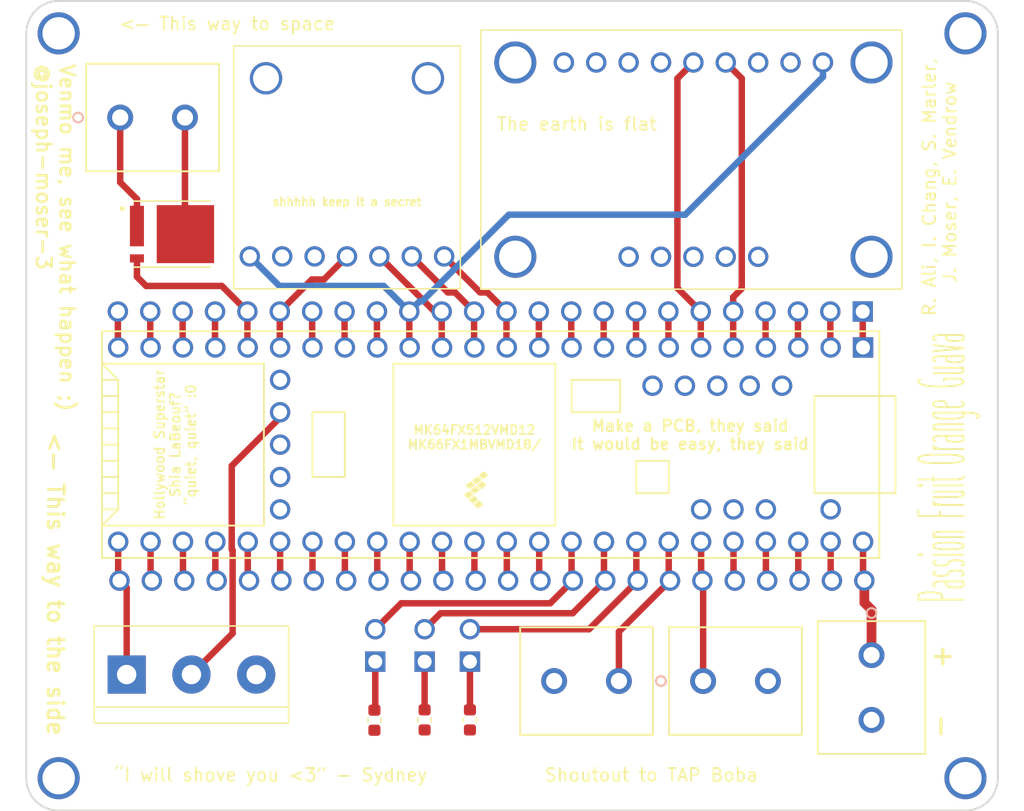
<source format=kicad_pcb>
(kicad_pcb (version 20171130) (host pcbnew "(5.1.5-0-10_14)")

  (general
    (thickness 1.6)
    (drawings 21)
    (tracks 161)
    (zones 0)
    (modules 19)
    (nets 74)
  )

  (page A4)
  (layers
    (0 F.Cu signal)
    (31 B.Cu signal)
    (32 B.Adhes user)
    (33 F.Adhes user)
    (34 B.Paste user)
    (35 F.Paste user)
    (36 B.SilkS user)
    (37 F.SilkS user)
    (38 B.Mask user)
    (39 F.Mask user)
    (40 Dwgs.User user)
    (41 Cmts.User user)
    (42 Eco1.User user)
    (43 Eco2.User user)
    (44 Edge.Cuts user)
    (45 Margin user)
    (46 B.CrtYd user)
    (47 F.CrtYd user)
    (48 B.Fab user)
    (49 F.Fab user)
  )

  (setup
    (last_trace_width 0.508)
    (user_trace_width 0.508)
    (trace_clearance 0.2)
    (zone_clearance 0.508)
    (zone_45_only no)
    (trace_min 0.2)
    (via_size 0.8)
    (via_drill 0.4)
    (via_min_size 0.4)
    (via_min_drill 0.3)
    (uvia_size 0.3)
    (uvia_drill 0.1)
    (uvias_allowed no)
    (uvia_min_size 0.2)
    (uvia_min_drill 0.1)
    (edge_width 0.1)
    (segment_width 0.2)
    (pcb_text_width 0.3)
    (pcb_text_size 1.5 1.5)
    (mod_edge_width 0.15)
    (mod_text_size 1 1)
    (mod_text_width 0.15)
    (pad_size 1.524 1.524)
    (pad_drill 0.762)
    (pad_to_mask_clearance 0)
    (aux_axis_origin 0 0)
    (visible_elements FFFFFF7F)
    (pcbplotparams
      (layerselection 0x010f0_ffffffff)
      (usegerberextensions true)
      (usegerberattributes false)
      (usegerberadvancedattributes false)
      (creategerberjobfile false)
      (excludeedgelayer true)
      (linewidth 0.100000)
      (plotframeref false)
      (viasonmask false)
      (mode 1)
      (useauxorigin false)
      (hpglpennumber 1)
      (hpglpenspeed 20)
      (hpglpendiameter 15.000000)
      (psnegative false)
      (psa4output false)
      (plotreference true)
      (plotvalue true)
      (plotinvisibletext false)
      (padsonsilk false)
      (subtractmaskfromsilk false)
      (outputformat 1)
      (mirror false)
      (drillshape 0)
      (scaleselection 1)
      (outputdirectory "/Users/sydneylmarler/Desktop/phoenixAV/Untitled/gerbers/"))
  )

  (net 0 "")
  (net 1 "Net-(D1-Pad1)")
  (net 2 /LED1)
  (net 3 "Net-(D2-Pad1)")
  (net 4 /LED2)
  (net 5 "Net-(D3-Pad1)")
  (net 6 /LED3)
  (net 7 /LED4)
  (net 8 /CONN_J2)
  (net 9 GND)
  (net 10 /CONN_J3)
  (net 11 "Net-(U1-Pad52)")
  (net 12 "Net-(U1-Pad51)")
  (net 13 "Net-(U1-Pad50)")
  (net 14 "Net-(U1-Pad49)")
  (net 15 "Net-(U1-Pad42)")
  (net 16 "Net-(U1-Pad41)")
  (net 17 "Net-(U1-Pad40)")
  (net 18 "Net-(U1-Pad39)")
  (net 19 "Net-(U1-Pad38)")
  (net 20 "Net-(U1-Pad37)")
  (net 21 "Net-(U1-Pad36)")
  (net 22 "Net-(U1-Pad35)")
  (net 23 "Net-(U1-Pad34)")
  (net 24 "Net-(U1-Pad33)")
  (net 25 "Net-(U1-Pad32)")
  (net 26 "Net-(U1-Pad31)")
  (net 27 "Net-(U1-Pad2)")
  (net 28 "Net-(U1-Pad3)")
  (net 29 "Net-(U1-Pad4)")
  (net 30 /DOF_SCL)
  (net 31 /DOF_SDA)
  (net 32 "Net-(U1-Pad7)")
  (net 33 "Net-(U1-Pad8)")
  (net 34 "Net-(U1-Pad9)")
  (net 35 "Net-(U1-Pad10)")
  (net 36 "Net-(U1-Pad11)")
  (net 37 /BMP_CS)
  (net 38 /BMP_SDI)
  (net 39 "Net-(U1-Pad24)")
  (net 40 "Net-(U1-Pad23)")
  (net 41 "Net-(U1-Pad22)")
  (net 42 "Net-(U1-Pad21)")
  (net 43 /BMP_SDO)
  (net 44 "Net-(U1-Pad16)")
  (net 45 /BMP_SCK)
  (net 46 "Net-(U1-Pad18)")
  (net 47 "Net-(U1-Pad17)")
  (net 48 "Net-(U1-Pad27)")
  (net 49 "Net-(U1-Pad28)")
  (net 50 "Net-(U1-Pad29)")
  (net 51 "Net-(U1-Pad54)")
  (net 52 "Net-(U1-Pad55)")
  (net 53 "Net-(U1-Pad56)")
  (net 54 "Net-(U1-Pad57)")
  (net 55 "Net-(U2-Pad14)")
  (net 56 "Net-(U2-Pad13)")
  (net 57 "Net-(U2-Pad11)")
  (net 58 "Net-(U2-Pad10)")
  (net 59 "Net-(U2-Pad12)")
  (net 60 "Net-(U2-Pad9)")
  (net 61 "Net-(U2-Pad8)")
  (net 62 "Net-(U2-Pad6)")
  (net 63 "Net-(U2-Pad7)")
  (net 64 "Net-(U2-Pad2)")
  (net 65 "Net-(U3-Pad2)")
  (net 66 +5V)
  (net 67 "Net-(U1-Pad25)")
  (net 68 /HALL_SIG)
  (net 69 /BSC_pin1)
  (net 70 /BSC_pin2)
  (net 71 /bsc_sig)
  (net 72 /HALL_VIN)
  (net 73 /GEN_VIN)

  (net_class Default "This is the default net class."
    (clearance 0.2)
    (trace_width 0.25)
    (via_dia 0.8)
    (via_drill 0.4)
    (uvia_dia 0.3)
    (uvia_drill 0.1)
    (add_net +5V)
    (add_net /BMP_CS)
    (add_net /BMP_SCK)
    (add_net /BMP_SDI)
    (add_net /BMP_SDO)
    (add_net /BSC_pin1)
    (add_net /BSC_pin2)
    (add_net /CONN_J2)
    (add_net /CONN_J3)
    (add_net /DOF_SCL)
    (add_net /DOF_SDA)
    (add_net /GEN_VIN)
    (add_net /HALL_SIG)
    (add_net /HALL_VIN)
    (add_net /LED1)
    (add_net /LED2)
    (add_net /LED3)
    (add_net /LED4)
    (add_net /bsc_sig)
    (add_net GND)
    (add_net "Net-(D1-Pad1)")
    (add_net "Net-(D2-Pad1)")
    (add_net "Net-(D3-Pad1)")
    (add_net "Net-(U1-Pad10)")
    (add_net "Net-(U1-Pad11)")
    (add_net "Net-(U1-Pad16)")
    (add_net "Net-(U1-Pad17)")
    (add_net "Net-(U1-Pad18)")
    (add_net "Net-(U1-Pad2)")
    (add_net "Net-(U1-Pad21)")
    (add_net "Net-(U1-Pad22)")
    (add_net "Net-(U1-Pad23)")
    (add_net "Net-(U1-Pad24)")
    (add_net "Net-(U1-Pad25)")
    (add_net "Net-(U1-Pad27)")
    (add_net "Net-(U1-Pad28)")
    (add_net "Net-(U1-Pad29)")
    (add_net "Net-(U1-Pad3)")
    (add_net "Net-(U1-Pad31)")
    (add_net "Net-(U1-Pad32)")
    (add_net "Net-(U1-Pad33)")
    (add_net "Net-(U1-Pad34)")
    (add_net "Net-(U1-Pad35)")
    (add_net "Net-(U1-Pad36)")
    (add_net "Net-(U1-Pad37)")
    (add_net "Net-(U1-Pad38)")
    (add_net "Net-(U1-Pad39)")
    (add_net "Net-(U1-Pad4)")
    (add_net "Net-(U1-Pad40)")
    (add_net "Net-(U1-Pad41)")
    (add_net "Net-(U1-Pad42)")
    (add_net "Net-(U1-Pad49)")
    (add_net "Net-(U1-Pad50)")
    (add_net "Net-(U1-Pad51)")
    (add_net "Net-(U1-Pad52)")
    (add_net "Net-(U1-Pad54)")
    (add_net "Net-(U1-Pad55)")
    (add_net "Net-(U1-Pad56)")
    (add_net "Net-(U1-Pad57)")
    (add_net "Net-(U1-Pad7)")
    (add_net "Net-(U1-Pad8)")
    (add_net "Net-(U1-Pad9)")
    (add_net "Net-(U2-Pad10)")
    (add_net "Net-(U2-Pad11)")
    (add_net "Net-(U2-Pad12)")
    (add_net "Net-(U2-Pad13)")
    (add_net "Net-(U2-Pad14)")
    (add_net "Net-(U2-Pad2)")
    (add_net "Net-(U2-Pad6)")
    (add_net "Net-(U2-Pad7)")
    (add_net "Net-(U2-Pad8)")
    (add_net "Net-(U2-Pad9)")
    (add_net "Net-(U3-Pad2)")
  )

  (module pcb_library:screw_holes (layer F.Cu) (tedit 5E54B2A1) (tstamp 5E5784EB)
    (at 187.706 136.144)
    (fp_text reference REF** (at 0 0.5) (layer Dwgs.User)
      (effects (font (size 1 1) (thickness 0.15)))
    )
    (fp_text value screw_holes (at 0 -0.5) (layer F.Fab)
      (effects (font (size 1 1) (thickness 0.15)))
    )
    (pad 2 thru_hole circle (at 0 0) (size 3.302 3.302) (drill 2.54) (layers *.Cu *.Mask))
  )

  (module pcb_library:screw_holes (layer F.Cu) (tedit 5E54B2A1) (tstamp 5E5784C6)
    (at 116.586 136.144)
    (fp_text reference REF** (at 0 0.5) (layer Dwgs.User)
      (effects (font (size 1 1) (thickness 0.15)))
    )
    (fp_text value screw_holes (at 0 -0.5) (layer F.Fab)
      (effects (font (size 1 1) (thickness 0.15)))
    )
    (pad 2 thru_hole circle (at 0 0) (size 3.302 3.302) (drill 2.54) (layers *.Cu *.Mask))
  )

  (module pcb_library:screw_holes (layer F.Cu) (tedit 5E54B2A1) (tstamp 5E5784B1)
    (at 116.586 77.724)
    (fp_text reference REF** (at 0 0.5) (layer Dwgs.User)
      (effects (font (size 1 1) (thickness 0.15)))
    )
    (fp_text value screw_holes (at 0 -0.5) (layer F.Fab)
      (effects (font (size 1 1) (thickness 0.15)))
    )
    (pad 2 thru_hole circle (at 0 0) (size 3.302 3.302) (drill 2.54) (layers *.Cu *.Mask))
  )

  (module pcb_library:screw_holes (layer F.Cu) (tedit 5E54B2A1) (tstamp 5E57849C)
    (at 187.706 77.724)
    (fp_text reference REF** (at 0 0.5) (layer Dwgs.User)
      (effects (font (size 1 1) (thickness 0.15)))
    )
    (fp_text value screw_holes (at 0 -0.5) (layer F.Fab)
      (effects (font (size 1 1) (thickness 0.15)))
    )
    (pad 2 thru_hole circle (at 0 0) (size 3.302 3.302) (drill 2.54) (layers *.Cu *.Mask))
  )

  (module pcb_library:Teensy35_36 (layer F.Cu) (tedit 5E570789) (tstamp 5E57117D)
    (at 150.464999 109.982 180)
    (path /5E55A0C1)
    (fp_text reference U1 (at 0 -10.16) (layer Dwgs.User)
      (effects (font (size 1 1) (thickness 0.15)))
    )
    (fp_text value Teensy3.6 (at 0 10.16) (layer F.Fab)
      (effects (font (size 1 1) (thickness 0.15)))
    )
    (fp_line (start -13.97 -3.81) (end -13.97 -1.27) (layer F.SilkS) (width 0.15))
    (fp_line (start -13.97 -1.27) (end -11.43 -1.27) (layer F.SilkS) (width 0.15))
    (fp_line (start -11.43 -1.27) (end -11.43 -3.81) (layer F.SilkS) (width 0.15))
    (fp_line (start -11.43 -3.81) (end -13.97 -3.81) (layer F.SilkS) (width 0.15))
    (fp_line (start -6.35 5.08) (end -10.16 5.08) (layer F.SilkS) (width 0.15))
    (fp_line (start -10.16 5.08) (end -10.16 2.54) (layer F.SilkS) (width 0.15))
    (fp_line (start -10.16 2.54) (end -6.35 2.54) (layer F.SilkS) (width 0.15))
    (fp_line (start -6.35 2.54) (end -6.35 5.08) (layer F.SilkS) (width 0.15))
    (fp_line (start 7.62 6.35) (end 7.62 -6.35) (layer F.SilkS) (width 0.15))
    (fp_line (start -5.08 -6.35) (end -5.08 6.35) (layer F.SilkS) (width 0.15))
    (fp_line (start -5.08 6.35) (end 7.62 6.35) (layer F.SilkS) (width 0.15))
    (fp_line (start -5.08 -6.35) (end 7.62 -6.35) (layer F.SilkS) (width 0.15))
    (fp_line (start 29.21 5.08) (end 30.48 5.08) (layer F.SilkS) (width 0.15))
    (fp_line (start 29.21 3.81) (end 30.48 3.81) (layer F.SilkS) (width 0.15))
    (fp_line (start 29.21 2.54) (end 30.48 2.54) (layer F.SilkS) (width 0.15))
    (fp_line (start 29.21 1.27) (end 30.48 1.27) (layer F.SilkS) (width 0.15))
    (fp_line (start 29.21 0) (end 30.48 0) (layer F.SilkS) (width 0.15))
    (fp_line (start 29.21 -1.27) (end 30.48 -1.27) (layer F.SilkS) (width 0.15))
    (fp_line (start 29.21 -2.54) (end 30.48 -2.54) (layer F.SilkS) (width 0.15))
    (fp_line (start 29.21 -3.81) (end 30.48 -3.81) (layer F.SilkS) (width 0.15))
    (fp_line (start 29.21 -5.08) (end 30.48 -5.08) (layer F.SilkS) (width 0.15))
    (fp_line (start 30.48 6.35) (end 29.21 5.08) (layer F.SilkS) (width 0.15))
    (fp_line (start 29.21 5.08) (end 29.21 -5.08) (layer F.SilkS) (width 0.15))
    (fp_line (start 29.21 -5.08) (end 30.48 -6.35) (layer F.SilkS) (width 0.15))
    (fp_line (start 30.48 -6.35) (end 17.78 -6.35) (layer F.SilkS) (width 0.15))
    (fp_line (start 17.78 -6.35) (end 17.78 6.35) (layer F.SilkS) (width 0.15))
    (fp_line (start 17.78 6.35) (end 30.48 6.35) (layer F.SilkS) (width 0.15))
    (fp_line (start 30.48 -8.89) (end -30.48 -8.89) (layer F.SilkS) (width 0.15))
    (fp_line (start -30.48 8.89) (end 30.48 8.89) (layer F.SilkS) (width 0.15))
    (fp_line (start -30.48 3.81) (end -31.75 3.81) (layer F.SilkS) (width 0.15))
    (fp_line (start -31.75 3.81) (end -31.75 -3.81) (layer F.SilkS) (width 0.15))
    (fp_line (start -31.75 -3.81) (end -30.48 -3.81) (layer F.SilkS) (width 0.15))
    (fp_line (start -25.4 3.81) (end -25.4 -3.81) (layer F.SilkS) (width 0.15))
    (fp_line (start -25.4 -3.81) (end -30.48 -3.81) (layer F.SilkS) (width 0.15))
    (fp_line (start -25.4 3.81) (end -30.48 3.81) (layer F.SilkS) (width 0.15))
    (fp_line (start 13.97 -2.54) (end 13.97 2.54) (layer F.SilkS) (width 0.15))
    (fp_line (start 13.97 2.54) (end 11.43 2.54) (layer F.SilkS) (width 0.15))
    (fp_line (start 11.43 2.54) (end 11.43 -2.54) (layer F.SilkS) (width 0.15))
    (fp_line (start 11.43 -2.54) (end 13.97 -2.54) (layer F.SilkS) (width 0.15))
    (fp_line (start 30.48 -8.89) (end 30.48 8.89) (layer F.SilkS) (width 0.15))
    (fp_line (start -30.48 8.89) (end -30.48 -8.89) (layer F.SilkS) (width 0.15))
    (fp_poly (pts (xy 1.016 -4.953) (xy 1.27 -4.699) (xy 0.889 -4.445) (xy 0.635 -4.699)) (layer F.SilkS) (width 0.1))
    (fp_poly (pts (xy 0.762 -3.429) (xy 1.016 -3.175) (xy 0.635 -2.921) (xy 0.381 -3.175)) (layer F.SilkS) (width 0.1))
    (fp_poly (pts (xy 0.635 -2.667) (xy 0.889 -2.413) (xy 0.508 -2.159) (xy 0.254 -2.413)) (layer F.SilkS) (width 0.1))
    (fp_poly (pts (xy 1.778 -4.191) (xy 2.032 -3.937) (xy 1.651 -3.683) (xy 1.397 -3.937)) (layer F.SilkS) (width 0.1))
    (fp_poly (pts (xy 1.143 -3.048) (xy 1.397 -2.794) (xy 1.016 -2.54) (xy 0.762 -2.794)) (layer F.SilkS) (width 0.1))
    (fp_poly (pts (xy 1.651 -3.429) (xy 1.905 -3.175) (xy 1.524 -2.921) (xy 1.27 -3.175)) (layer F.SilkS) (width 0.1))
    (fp_poly (pts (xy 1.397 -4.572) (xy 1.651 -4.318) (xy 1.27 -4.064) (xy 1.016 -4.318)) (layer F.SilkS) (width 0.1))
    (fp_poly (pts (xy 1.27 -3.81) (xy 1.524 -3.556) (xy 1.143 -3.302) (xy 0.889 -3.556)) (layer F.SilkS) (width 0.1))
    (fp_text user MK66FX1MBVMD18/ (at 1.27 0) (layer F.SilkS)
      (effects (font (size 0.7 0.7) (thickness 0.15)))
    )
    (fp_text user MK64FX512VMD12 (at 1.27 1.143) (layer F.SilkS)
      (effects (font (size 0.7 0.7) (thickness 0.15)))
    )
    (pad 53 thru_hole circle (at -29.3116 -10.668 180) (size 1.6 1.6) (drill 1.1) (layers *.Cu *.Mask)
      (net 66 +5V))
    (pad 52 thru_hole circle (at -26.7716 -10.668 180) (size 1.6 1.6) (drill 1.1) (layers *.Cu *.Mask)
      (net 11 "Net-(U1-Pad52)"))
    (pad 51 thru_hole circle (at -24.2316 -10.668 180) (size 1.6 1.6) (drill 1.1) (layers *.Cu *.Mask)
      (net 12 "Net-(U1-Pad51)"))
    (pad 50 thru_hole circle (at -21.6916 -10.668 180) (size 1.6 1.6) (drill 1.1) (layers *.Cu *.Mask)
      (net 13 "Net-(U1-Pad50)"))
    (pad 49 thru_hole circle (at -19.1516 -10.668 180) (size 1.6 1.6) (drill 1.1) (layers *.Cu *.Mask)
      (net 14 "Net-(U1-Pad49)"))
    (pad 48 thru_hole circle (at -16.6116 -10.668 180) (size 1.6 1.6) (drill 1.1) (layers *.Cu *.Mask)
      (net 10 /CONN_J3))
    (pad 47 thru_hole circle (at -14.0716 -10.668 180) (size 1.6 1.6) (drill 1.1) (layers *.Cu *.Mask)
      (net 8 /CONN_J2))
    (pad 46 thru_hole circle (at -11.5316 -10.668 180) (size 1.6 1.6) (drill 1.1) (layers *.Cu *.Mask)
      (net 2 /LED1))
    (pad 45 thru_hole circle (at -8.9916 -10.668 180) (size 1.6 1.6) (drill 1.1) (layers *.Cu *.Mask)
      (net 4 /LED2))
    (pad 44 thru_hole circle (at -6.4516 -10.668 180) (size 1.6 1.6) (drill 1.1) (layers *.Cu *.Mask)
      (net 6 /LED3))
    (pad 43 thru_hole circle (at -3.9116 -10.668 180) (size 1.6 1.6) (drill 1.1) (layers *.Cu *.Mask)
      (net 7 /LED4))
    (pad 42 thru_hole circle (at -1.3716 -10.668 180) (size 1.6 1.6) (drill 1.1) (layers *.Cu *.Mask)
      (net 15 "Net-(U1-Pad42)"))
    (pad 41 thru_hole circle (at 1.1684 -10.668 180) (size 1.6 1.6) (drill 1.1) (layers *.Cu *.Mask)
      (net 16 "Net-(U1-Pad41)"))
    (pad 40 thru_hole circle (at 3.7084 -10.668 180) (size 1.6 1.6) (drill 1.1) (layers *.Cu *.Mask)
      (net 17 "Net-(U1-Pad40)"))
    (pad 39 thru_hole circle (at 6.2484 -10.668 180) (size 1.6 1.6) (drill 1.1) (layers *.Cu *.Mask)
      (net 18 "Net-(U1-Pad39)"))
    (pad 38 thru_hole circle (at 8.7884 -10.668 180) (size 1.6 1.6) (drill 1.1) (layers *.Cu *.Mask)
      (net 19 "Net-(U1-Pad38)"))
    (pad 37 thru_hole circle (at 11.3284 -10.668 180) (size 1.6 1.6) (drill 1.1) (layers *.Cu *.Mask)
      (net 20 "Net-(U1-Pad37)"))
    (pad 36 thru_hole circle (at 13.8684 -10.668 180) (size 1.6 1.6) (drill 1.1) (layers *.Cu *.Mask)
      (net 21 "Net-(U1-Pad36)"))
    (pad 35 thru_hole circle (at 16.4084 -10.668 180) (size 1.6 1.6) (drill 1.1) (layers *.Cu *.Mask)
      (net 22 "Net-(U1-Pad35)"))
    (pad 34 thru_hole circle (at 18.9484 -10.668 180) (size 1.6 1.6) (drill 1.1) (layers *.Cu *.Mask)
      (net 23 "Net-(U1-Pad34)"))
    (pad 33 thru_hole circle (at 21.4884 -10.668 180) (size 1.6 1.6) (drill 1.1) (layers *.Cu *.Mask)
      (net 24 "Net-(U1-Pad33)"))
    (pad 32 thru_hole circle (at 24.0284 -10.668 180) (size 1.6 1.6) (drill 1.1) (layers *.Cu *.Mask)
      (net 25 "Net-(U1-Pad32)"))
    (pad 31 thru_hole circle (at 26.5684 -10.668 180) (size 1.6 1.6) (drill 1.1) (layers *.Cu *.Mask)
      (net 26 "Net-(U1-Pad31)"))
    (pad 30 thru_hole circle (at 29.1084 -10.668 180) (size 1.6 1.6) (drill 1.1) (layers *.Cu *.Mask)
      (net 68 /HALL_SIG))
    (pad 1 thru_hole rect (at -29.1846 10.4394 180) (size 1.6 1.6) (drill 1.1) (layers *.Cu *.Mask)
      (net 9 GND))
    (pad 2 thru_hole circle (at -26.6446 10.4394 180) (size 1.6 1.6) (drill 1.1) (layers *.Cu *.Mask)
      (net 27 "Net-(U1-Pad2)"))
    (pad 3 thru_hole circle (at -24.1046 10.4394 180) (size 1.6 1.6) (drill 1.1) (layers *.Cu *.Mask)
      (net 28 "Net-(U1-Pad3)"))
    (pad 4 thru_hole circle (at -21.5646 10.4394 180) (size 1.6 1.6) (drill 1.1) (layers *.Cu *.Mask)
      (net 29 "Net-(U1-Pad4)"))
    (pad 5 thru_hole circle (at -19.0246 10.4394 180) (size 1.6 1.6) (drill 1.1) (layers *.Cu *.Mask)
      (net 30 /DOF_SCL))
    (pad 6 thru_hole circle (at -16.4846 10.4394 180) (size 1.6 1.6) (drill 1.1) (layers *.Cu *.Mask)
      (net 31 /DOF_SDA))
    (pad 7 thru_hole circle (at -13.9446 10.4394 180) (size 1.6 1.6) (drill 1.1) (layers *.Cu *.Mask)
      (net 32 "Net-(U1-Pad7)"))
    (pad 8 thru_hole circle (at -11.4046 10.4394 180) (size 1.6 1.6) (drill 1.1) (layers *.Cu *.Mask)
      (net 33 "Net-(U1-Pad8)"))
    (pad 9 thru_hole circle (at -8.8646 10.4394 180) (size 1.6 1.6) (drill 1.1) (layers *.Cu *.Mask)
      (net 34 "Net-(U1-Pad9)"))
    (pad 10 thru_hole circle (at -6.3246 10.4394 180) (size 1.6 1.6) (drill 1.1) (layers *.Cu *.Mask)
      (net 35 "Net-(U1-Pad10)"))
    (pad 11 thru_hole circle (at -3.7846 10.4394 180) (size 1.6 1.6) (drill 1.1) (layers *.Cu *.Mask)
      (net 36 "Net-(U1-Pad11)"))
    (pad 12 thru_hole circle (at -1.2446 10.4394 180) (size 1.6 1.6) (drill 1.1) (layers *.Cu *.Mask)
      (net 37 /BMP_CS))
    (pad 13 thru_hole circle (at 1.2954 10.4394 180) (size 1.6 1.6) (drill 1.1) (layers *.Cu *.Mask)
      (net 38 /BMP_SDI))
    (pad 24 thru_hole circle (at 29.2354 10.4394 180) (size 1.6 1.6) (drill 1.1) (layers *.Cu *.Mask)
      (net 39 "Net-(U1-Pad24)"))
    (pad 23 thru_hole circle (at 26.6954 10.4394 180) (size 1.6 1.6) (drill 1.1) (layers *.Cu *.Mask)
      (net 40 "Net-(U1-Pad23)"))
    (pad 22 thru_hole circle (at 24.1554 10.4394 180) (size 1.6 1.6) (drill 1.1) (layers *.Cu *.Mask)
      (net 41 "Net-(U1-Pad22)"))
    (pad 21 thru_hole circle (at 21.6154 10.4394 180) (size 1.6 1.6) (drill 1.1) (layers *.Cu *.Mask)
      (net 42 "Net-(U1-Pad21)"))
    (pad 14 thru_hole circle (at 3.8354 10.4394 180) (size 1.6 1.6) (drill 1.1) (layers *.Cu *.Mask)
      (net 43 /BMP_SDO))
    (pad 15 thru_hole circle (at 6.3754 10.4394 180) (size 1.6 1.6) (drill 1.1) (layers *.Cu *.Mask)
      (net 73 /GEN_VIN))
    (pad 16 thru_hole circle (at 8.9154 10.4394 180) (size 1.6 1.6) (drill 1.1) (layers *.Cu *.Mask)
      (net 44 "Net-(U1-Pad16)"))
    (pad 20 thru_hole circle (at 19.0754 10.4394 180) (size 1.6 1.6) (drill 1.1) (layers *.Cu *.Mask)
      (net 71 /bsc_sig))
    (pad 19 thru_hole circle (at 16.5354 10.4394 180) (size 1.6 1.6) (drill 1.1) (layers *.Cu *.Mask)
      (net 45 /BMP_SCK))
    (pad 18 thru_hole circle (at 13.9954 10.4394 180) (size 1.6 1.6) (drill 1.1) (layers *.Cu *.Mask)
      (net 46 "Net-(U1-Pad18)"))
    (pad 17 thru_hole circle (at 11.4554 10.4394 180) (size 1.6 1.6) (drill 1.1) (layers *.Cu *.Mask)
      (net 47 "Net-(U1-Pad17)"))
    (pad 17 thru_hole circle (at 11.43 7.62 180) (size 1.6 1.6) (drill 1.1) (layers *.Cu *.Mask)
      (net 47 "Net-(U1-Pad17)"))
    (pad 18 thru_hole circle (at 13.97 7.62 180) (size 1.6 1.6) (drill 1.1) (layers *.Cu *.Mask)
      (net 46 "Net-(U1-Pad18)"))
    (pad 19 thru_hole circle (at 16.51 7.62 180) (size 1.6 1.6) (drill 1.1) (layers *.Cu *.Mask)
      (net 45 /BMP_SCK))
    (pad 20 thru_hole circle (at 19.05 7.62 180) (size 1.6 1.6) (drill 1.1) (layers *.Cu *.Mask)
      (net 71 /bsc_sig))
    (pad 16 thru_hole circle (at 8.89 7.62 180) (size 1.6 1.6) (drill 1.1) (layers *.Cu *.Mask)
      (net 44 "Net-(U1-Pad16)"))
    (pad 15 thru_hole circle (at 6.35 7.62 180) (size 1.6 1.6) (drill 1.1) (layers *.Cu *.Mask)
      (net 73 /GEN_VIN))
    (pad 14 thru_hole circle (at 3.81 7.62 180) (size 1.6 1.6) (drill 1.1) (layers *.Cu *.Mask)
      (net 43 /BMP_SDO))
    (pad 21 thru_hole circle (at 21.59 7.62 180) (size 1.6 1.6) (drill 1.1) (layers *.Cu *.Mask)
      (net 42 "Net-(U1-Pad21)"))
    (pad 22 thru_hole circle (at 24.13 7.62 180) (size 1.6 1.6) (drill 1.1) (layers *.Cu *.Mask)
      (net 41 "Net-(U1-Pad22)"))
    (pad 23 thru_hole circle (at 26.67 7.62 180) (size 1.6 1.6) (drill 1.1) (layers *.Cu *.Mask)
      (net 40 "Net-(U1-Pad23)"))
    (pad 24 thru_hole circle (at 29.21 7.62 180) (size 1.6 1.6) (drill 1.1) (layers *.Cu *.Mask)
      (net 39 "Net-(U1-Pad24)"))
    (pad 25 thru_hole circle (at 16.51 5.08 180) (size 1.6 1.6) (drill 1.1) (layers *.Cu *.Mask)
      (net 67 "Net-(U1-Pad25)"))
    (pad 26 thru_hole circle (at 16.51 2.54 180) (size 1.6 1.6) (drill 1.1) (layers *.Cu *.Mask)
      (net 72 /HALL_VIN))
    (pad 27 thru_hole circle (at 16.51 0 180) (size 1.6 1.6) (drill 1.1) (layers *.Cu *.Mask)
      (net 48 "Net-(U1-Pad27)"))
    (pad 28 thru_hole circle (at 16.51 -2.54 180) (size 1.6 1.6) (drill 1.1) (layers *.Cu *.Mask)
      (net 49 "Net-(U1-Pad28)"))
    (pad 29 thru_hole circle (at 16.51 -5.08 180) (size 1.6 1.6) (drill 1.1) (layers *.Cu *.Mask)
      (net 50 "Net-(U1-Pad29)"))
    (pad 30 thru_hole circle (at 29.21 -7.62 180) (size 1.6 1.6) (drill 1.1) (layers *.Cu *.Mask)
      (net 68 /HALL_SIG))
    (pad 31 thru_hole circle (at 26.67 -7.62 180) (size 1.6 1.6) (drill 1.1) (layers *.Cu *.Mask)
      (net 26 "Net-(U1-Pad31)"))
    (pad 32 thru_hole circle (at 24.13 -7.62 180) (size 1.6 1.6) (drill 1.1) (layers *.Cu *.Mask)
      (net 25 "Net-(U1-Pad32)"))
    (pad 33 thru_hole circle (at 21.59 -7.62 180) (size 1.6 1.6) (drill 1.1) (layers *.Cu *.Mask)
      (net 24 "Net-(U1-Pad33)"))
    (pad 34 thru_hole circle (at 19.05 -7.62 180) (size 1.6 1.6) (drill 1.1) (layers *.Cu *.Mask)
      (net 23 "Net-(U1-Pad34)"))
    (pad 35 thru_hole circle (at 16.51 -7.62 180) (size 1.6 1.6) (drill 1.1) (layers *.Cu *.Mask)
      (net 22 "Net-(U1-Pad35)"))
    (pad 36 thru_hole circle (at 13.97 -7.62 180) (size 1.6 1.6) (drill 1.1) (layers *.Cu *.Mask)
      (net 21 "Net-(U1-Pad36)"))
    (pad 37 thru_hole circle (at 11.43 -7.62 180) (size 1.6 1.6) (drill 1.1) (layers *.Cu *.Mask)
      (net 20 "Net-(U1-Pad37)"))
    (pad 13 thru_hole circle (at 1.27 7.62 180) (size 1.6 1.6) (drill 1.1) (layers *.Cu *.Mask)
      (net 38 /BMP_SDI))
    (pad 12 thru_hole circle (at -1.27 7.62 180) (size 1.6 1.6) (drill 1.1) (layers *.Cu *.Mask)
      (net 37 /BMP_CS))
    (pad 11 thru_hole circle (at -3.81 7.62 180) (size 1.6 1.6) (drill 1.1) (layers *.Cu *.Mask)
      (net 36 "Net-(U1-Pad11)"))
    (pad 10 thru_hole circle (at -6.35 7.62 180) (size 1.6 1.6) (drill 1.1) (layers *.Cu *.Mask)
      (net 35 "Net-(U1-Pad10)"))
    (pad 9 thru_hole circle (at -8.89 7.62 180) (size 1.6 1.6) (drill 1.1) (layers *.Cu *.Mask)
      (net 34 "Net-(U1-Pad9)"))
    (pad 8 thru_hole circle (at -11.43 7.62 180) (size 1.6 1.6) (drill 1.1) (layers *.Cu *.Mask)
      (net 33 "Net-(U1-Pad8)"))
    (pad 7 thru_hole circle (at -13.97 7.62 180) (size 1.6 1.6) (drill 1.1) (layers *.Cu *.Mask)
      (net 32 "Net-(U1-Pad7)"))
    (pad 6 thru_hole circle (at -16.51 7.62 180) (size 1.6 1.6) (drill 1.1) (layers *.Cu *.Mask)
      (net 31 /DOF_SDA))
    (pad 5 thru_hole circle (at -19.05 7.62 180) (size 1.6 1.6) (drill 1.1) (layers *.Cu *.Mask)
      (net 30 /DOF_SCL))
    (pad 4 thru_hole circle (at -21.59 7.62 180) (size 1.6 1.6) (drill 1.1) (layers *.Cu *.Mask)
      (net 29 "Net-(U1-Pad4)"))
    (pad 3 thru_hole circle (at -24.13 7.62 180) (size 1.6 1.6) (drill 1.1) (layers *.Cu *.Mask)
      (net 28 "Net-(U1-Pad3)"))
    (pad 2 thru_hole circle (at -26.67 7.62 180) (size 1.6 1.6) (drill 1.1) (layers *.Cu *.Mask)
      (net 27 "Net-(U1-Pad2)"))
    (pad 1 thru_hole rect (at -29.21 7.62 180) (size 1.6 1.6) (drill 1.1) (layers *.Cu *.Mask)
      (net 9 GND))
    (pad 38 thru_hole circle (at 8.89 -7.62 180) (size 1.6 1.6) (drill 1.1) (layers *.Cu *.Mask)
      (net 19 "Net-(U1-Pad38)"))
    (pad 39 thru_hole circle (at 6.35 -7.62 180) (size 1.6 1.6) (drill 1.1) (layers *.Cu *.Mask)
      (net 18 "Net-(U1-Pad39)"))
    (pad 40 thru_hole circle (at 3.81 -7.62 180) (size 1.6 1.6) (drill 1.1) (layers *.Cu *.Mask)
      (net 17 "Net-(U1-Pad40)"))
    (pad 41 thru_hole circle (at 1.27 -7.62 180) (size 1.6 1.6) (drill 1.1) (layers *.Cu *.Mask)
      (net 16 "Net-(U1-Pad41)"))
    (pad 42 thru_hole circle (at -1.27 -7.62 180) (size 1.6 1.6) (drill 1.1) (layers *.Cu *.Mask)
      (net 15 "Net-(U1-Pad42)"))
    (pad 43 thru_hole circle (at -3.81 -7.62 180) (size 1.6 1.6) (drill 1.1) (layers *.Cu *.Mask)
      (net 7 /LED4))
    (pad 44 thru_hole circle (at -6.35 -7.62 180) (size 1.6 1.6) (drill 1.1) (layers *.Cu *.Mask)
      (net 6 /LED3))
    (pad 45 thru_hole circle (at -8.89 -7.62 180) (size 1.6 1.6) (drill 1.1) (layers *.Cu *.Mask)
      (net 4 /LED2))
    (pad 46 thru_hole circle (at -11.43 -7.62 180) (size 1.6 1.6) (drill 1.1) (layers *.Cu *.Mask)
      (net 2 /LED1))
    (pad 47 thru_hole circle (at -13.97 -7.62 180) (size 1.6 1.6) (drill 1.1) (layers *.Cu *.Mask)
      (net 8 /CONN_J2))
    (pad 48 thru_hole circle (at -16.51 -7.62 180) (size 1.6 1.6) (drill 1.1) (layers *.Cu *.Mask)
      (net 10 /CONN_J3))
    (pad 49 thru_hole circle (at -19.05 -7.62 180) (size 1.6 1.6) (drill 1.1) (layers *.Cu *.Mask)
      (net 14 "Net-(U1-Pad49)"))
    (pad 50 thru_hole circle (at -21.59 -7.62 180) (size 1.6 1.6) (drill 1.1) (layers *.Cu *.Mask)
      (net 13 "Net-(U1-Pad50)"))
    (pad 51 thru_hole circle (at -24.13 -7.62 180) (size 1.6 1.6) (drill 1.1) (layers *.Cu *.Mask)
      (net 12 "Net-(U1-Pad51)"))
    (pad 52 thru_hole circle (at -26.67 -7.62 180) (size 1.6 1.6) (drill 1.1) (layers *.Cu *.Mask)
      (net 11 "Net-(U1-Pad52)"))
    (pad 53 thru_hole circle (at -29.21 -7.62 180) (size 1.6 1.6) (drill 1.1) (layers *.Cu *.Mask)
      (net 66 +5V))
    (pad 54 thru_hole circle (at -26.67 -5.08 180) (size 1.6 1.6) (drill 1.1) (layers *.Cu *.Mask)
      (net 51 "Net-(U1-Pad54)"))
    (pad 55 thru_hole circle (at -21.59 -5.08 180) (size 1.6 1.6) (drill 1.1) (layers *.Cu *.Mask)
      (net 52 "Net-(U1-Pad55)"))
    (pad 56 thru_hole circle (at -19.05 -5.08 180) (size 1.6 1.6) (drill 1.1) (layers *.Cu *.Mask)
      (net 53 "Net-(U1-Pad56)"))
    (pad 57 thru_hole circle (at -16.51 -5.08 180) (size 1.6 1.6) (drill 1.1) (layers *.Cu *.Mask)
      (net 54 "Net-(U1-Pad57)"))
    (pad 58 thru_hole circle (at -22.86 4.62 180) (size 1.6 1.6) (drill 1.1) (layers *.Cu *.Mask))
    (pad 59 thru_hole circle (at -20.32 4.62 180) (size 1.6 1.6) (drill 1.1) (layers *.Cu *.Mask))
    (pad 60 thru_hole circle (at -17.78 4.62 180) (size 1.6 1.6) (drill 1.1) (layers *.Cu *.Mask))
    (pad 61 thru_hole circle (at -15.24 4.62 180) (size 1.6 1.6) (drill 1.1) (layers *.Cu *.Mask))
    (pad 62 thru_hole circle (at -12.7 4.62 180) (size 1.6 1.6) (drill 1.1) (layers *.Cu *.Mask))
  )

  (module pcb_library:TRANS_BSC012N06NSATMA1 (layer F.Cu) (tedit 0) (tstamp 5E576D6E)
    (at 125.476 93.472)
    (path /5E5CC829)
    (attr smd)
    (fp_text reference Q1 (at -0.889 -3.937) (layer Dwgs.User)
      (effects (font (size 1 1) (thickness 0.05)))
    )
    (fp_text value BSC012N06NSATMA1 (at -0.508 3.81) (layer Dwgs.User)
      (effects (font (size 1 1) (thickness 0.05)))
    )
    (fp_line (start -3.55 -2.75) (end 3.55 -2.75) (layer Eco1.User) (width 0.05))
    (fp_line (start -3.55 2.75) (end -3.55 -2.75) (layer Eco1.User) (width 0.05))
    (fp_line (start 3.55 2.75) (end -3.55 2.75) (layer Eco1.User) (width 0.05))
    (fp_line (start 3.55 -2.75) (end 3.55 2.75) (layer Eco1.User) (width 0.05))
    (fp_circle (center -3.9 -2) (end -3.8 -2) (layer Eco2.User) (width 0.2))
    (fp_circle (center -3.9 -2) (end -3.8 -2) (layer F.SilkS) (width 0.2))
    (fp_line (start 3 2.5885) (end -3 2.5885) (layer F.SilkS) (width 0.127))
    (fp_line (start -3 -2.5885) (end 3 -2.5885) (layer F.SilkS) (width 0.127))
    (fp_line (start -3 -2.5) (end 3 -2.5) (layer Eco2.User) (width 0.127))
    (fp_line (start -3 2.5) (end -3 -2.5) (layer Eco2.User) (width 0.127))
    (fp_line (start 3 2.5) (end -3 2.5) (layer Eco2.User) (width 0.127))
    (fp_line (start 3 -2.5) (end 3 2.5) (layer Eco2.User) (width 0.127))
    (fp_poly (pts (xy 0.75 0.1) (xy 2.25 0.1) (xy 2.25 1.6) (xy 0.75 1.6)) (layer F.Paste) (width 0))
    (fp_poly (pts (xy 0.75 -1.6) (xy 2.25 -1.6) (xy 2.25 -0.1) (xy 0.75 -0.1)) (layer F.Paste) (width 0))
    (fp_poly (pts (xy -0.95 0.1) (xy 0.55 0.1) (xy 0.55 1.6) (xy -0.95 1.6)) (layer F.Paste) (width 0))
    (fp_poly (pts (xy -0.95 -1.6) (xy 0.55 -1.6) (xy 0.55 -0.1) (xy -0.95 -0.1)) (layer F.Paste) (width 0))
    (fp_poly (pts (xy -2.919 -1.894) (xy -2.069 -1.894) (xy -2.069 -1.506) (xy -2.919 -1.506)) (layer F.Paste) (width 0))
    (fp_poly (pts (xy -2.919 -0.829) (xy -2.069 -0.829) (xy -2.069 -0.441) (xy -2.919 -0.441)) (layer F.Paste) (width 0))
    (fp_poly (pts (xy -2.919 0.236) (xy -2.069 0.236) (xy -2.069 0.624) (xy -2.919 0.624)) (layer F.Paste) (width 0))
    (fp_poly (pts (xy -3.2265 -2.099) (xy -2.7865 -2.099) (xy -2.7865 -1.711) (xy -3.2265 -1.711)) (layer F.Paste) (width 0))
    (fp_poly (pts (xy -3.2265 -0.829) (xy -2.7865 -0.829) (xy -2.7865 -0.441) (xy -3.2265 -0.441)) (layer F.Paste) (width 0))
    (fp_poly (pts (xy -3.2265 0.441) (xy -2.7865 0.441) (xy -2.7865 0.829) (xy -3.2265 0.829)) (layer F.Paste) (width 0))
    (fp_poly (pts (xy -3.2265 1.711) (xy -2.7865 1.711) (xy -2.7865 2.099) (xy -3.2265 2.099)) (layer F.Paste) (width 0))
    (fp_poly (pts (xy -2.7135 1.711) (xy -2.2735 1.711) (xy -2.2735 2.099) (xy -2.7135 2.099)) (layer F.Paste) (width 0))
    (fp_poly (pts (xy 2.5675 1.4925) (xy 3.0075 1.4925) (xy 3.0075 2.3175) (xy 2.5675 2.3175)) (layer F.Paste) (width 0))
    (fp_poly (pts (xy 2.5675 -2.3175) (xy 3.0075 -2.3175) (xy 3.0075 -1.4925) (xy 2.5675 -1.4925)) (layer F.Paste) (width 0))
    (fp_poly (pts (xy 2.5675 0.2225) (xy 3.0075 0.2225) (xy 3.0075 1.0475) (xy 2.5675 1.0475)) (layer F.Paste) (width 0))
    (fp_poly (pts (xy 2.5675 -1.0475) (xy 3.0075 -1.0475) (xy 3.0075 -0.2225) (xy 2.5675 -0.2225)) (layer F.Paste) (width 0))
    (fp_poly (pts (xy -2.25 1.635) (xy -2.25 2.175) (xy -3.25 2.175) (xy -3.25 1.635)) (layer F.Mask) (width 0.01))
    (fp_poly (pts (xy -2.25 -2.175) (xy -2.25 0.905) (xy -3.25 0.905) (xy -3.25 -2.175)) (layer F.Mask) (width 0.01))
    (fp_poly (pts (xy -1.15 -2.225) (xy -1.15 2.225) (xy 2.525 2.225) (xy 2.525 2.175)
      (xy 3.25 2.175) (xy 3.25 1.635) (xy 2.525 1.635) (xy 2.525 0.905)
      (xy 3.25 0.905) (xy 3.25 0.365) (xy 2.525 0.365) (xy 2.525 -0.365)
      (xy 3.25 -0.365) (xy 3.25 -0.905) (xy 2.525 -0.905) (xy 2.525 -1.635)
      (xy 3.25 -1.635) (xy 3.25 -2.175) (xy 2.525 -2.175) (xy 2.525 -2.225)) (layer F.Mask) (width 0.01))
    (pad 1 smd rect (at -2.75 -0.635) (size 1.1 3.18) (layers F.Cu F.Paste F.Mask)
      (net 69 /BSC_pin1))
    (pad 4 smd rect (at -2.75 1.905) (size 1.1 0.64) (layers F.Cu F.Paste F.Mask)
      (net 71 /bsc_sig))
    (pad 8 smd rect (at 1.05 0 270) (size 4.55 4.5) (layers F.Cu F.Paste F.Mask)
      (net 70 /BSC_pin2))
  )

  (module pcb_library:Terminal_block (layer F.Cu) (tedit 0) (tstamp 5E576D48)
    (at 121.412 84.328)
    (path /5E5D3778)
    (fp_text reference J6 (at 2.54 0) (layer Dwgs.User)
      (effects (font (size 1 1) (thickness 0.15)))
    )
    (fp_text value Conn_01x02_Female (at 2.54 0) (layer Dwgs.User)
      (effects (font (size 1 1) (thickness 0.15)))
    )
    (fp_text user "Copyright 2016 Accelerated Designs. All rights reserved." (at 0 0) (layer Cmts.User)
      (effects (font (size 0.127 0.127) (thickness 0.002)))
    )
    (fp_text user * (at 0 0) (layer F.SilkS)
      (effects (font (size 1 1) (thickness 0.15)))
    )
    (fp_text user * (at 0 0) (layer F.Fab)
      (effects (font (size 1 1) (thickness 0.15)))
    )
    (fp_line (start -2.667 4.2164) (end 7.747 4.2164) (layer F.SilkS) (width 0.1524))
    (fp_line (start 7.747 4.2164) (end 7.747 -4.2164) (layer F.SilkS) (width 0.1524))
    (fp_line (start 7.747 -4.2164) (end -2.667 -4.2164) (layer F.SilkS) (width 0.1524))
    (fp_line (start -2.667 -4.2164) (end -2.667 4.2164) (layer F.SilkS) (width 0.1524))
    (fp_line (start -2.54 4.0894) (end 7.62 4.0894) (layer F.Fab) (width 0.1524))
    (fp_line (start 7.62 4.0894) (end 7.62 -4.0894) (layer F.Fab) (width 0.1524))
    (fp_line (start 7.62 -4.0894) (end -2.54 -4.0894) (layer F.Fab) (width 0.1524))
    (fp_line (start -2.54 -4.0894) (end -2.54 4.0894) (layer F.Fab) (width 0.1524))
    (fp_line (start -2.794 -4.3434) (end -2.794 4.3434) (layer F.CrtYd) (width 0.1524))
    (fp_line (start -2.794 4.3434) (end 7.874 4.3434) (layer F.CrtYd) (width 0.1524))
    (fp_line (start 7.874 4.3434) (end 7.874 -4.3434) (layer F.CrtYd) (width 0.1524))
    (fp_line (start 7.874 -4.3434) (end -2.794 -4.3434) (layer F.CrtYd) (width 0.1524))
    (fp_circle (center -3.302 0) (end -2.921 0) (layer F.SilkS) (width 0.1524))
    (fp_circle (center -3.302 0) (end -2.921 0) (layer B.SilkS) (width 0.1524))
    (fp_circle (center 0 -1.905) (end 0.381 -1.905) (layer F.Fab) (width 0.1524))
    (pad 1 thru_hole circle (at 0 0) (size 2.032 2.032) (drill 1.27) (layers *.Cu *.Mask)
      (net 69 /BSC_pin1))
    (pad 2 thru_hole circle (at 5.08 0) (size 2.032 2.032) (drill 1.27) (layers *.Cu *.Mask)
      (net 70 /BSC_pin2))
  )

  (module TerminalBlock:TerminalBlock_bornier-3_P5.08mm (layer F.Cu) (tedit 59FF03B9) (tstamp 5E576D30)
    (at 121.92 128.016)
    (descr "simple 3-pin terminal block, pitch 5.08mm, revamped version of bornier3")
    (tags "terminal block bornier3")
    (path /5E5CD4B8)
    (fp_text reference J5 (at 5.05 -4.65) (layer Dwgs.User)
      (effects (font (size 1 1) (thickness 0.15)))
    )
    (fp_text value Conn_01x03_Female (at 5.08 5.08) (layer F.Fab)
      (effects (font (size 1 1) (thickness 0.15)))
    )
    (fp_line (start 12.88 4) (end -2.72 4) (layer F.CrtYd) (width 0.05))
    (fp_line (start 12.88 4) (end 12.88 -4) (layer F.CrtYd) (width 0.05))
    (fp_line (start -2.72 -4) (end -2.72 4) (layer F.CrtYd) (width 0.05))
    (fp_line (start -2.72 -4) (end 12.88 -4) (layer F.CrtYd) (width 0.05))
    (fp_line (start -2.54 3.81) (end 12.7 3.81) (layer F.SilkS) (width 0.12))
    (fp_line (start -2.54 -3.81) (end 12.7 -3.81) (layer F.SilkS) (width 0.12))
    (fp_line (start -2.54 2.54) (end 12.7 2.54) (layer F.SilkS) (width 0.12))
    (fp_line (start 12.7 3.81) (end 12.7 -3.81) (layer F.SilkS) (width 0.12))
    (fp_line (start -2.54 3.81) (end -2.54 -3.81) (layer F.SilkS) (width 0.12))
    (fp_line (start -2.47 3.75) (end -2.47 -3.75) (layer F.Fab) (width 0.1))
    (fp_line (start 12.63 3.75) (end -2.47 3.75) (layer F.Fab) (width 0.1))
    (fp_line (start 12.63 -3.75) (end 12.63 3.75) (layer F.Fab) (width 0.1))
    (fp_line (start -2.47 -3.75) (end 12.63 -3.75) (layer F.Fab) (width 0.1))
    (fp_line (start -2.47 2.55) (end 12.63 2.55) (layer F.Fab) (width 0.1))
    (fp_text user %R (at 5.08 0) (layer F.Fab)
      (effects (font (size 1 1) (thickness 0.15)))
    )
    (pad 3 thru_hole circle (at 10.16 0) (size 3 3) (drill 1.52) (layers *.Cu *.Mask)
      (net 9 GND))
    (pad 2 thru_hole circle (at 5.08 0) (size 3 3) (drill 1.52) (layers *.Cu *.Mask)
      (net 72 /HALL_VIN))
    (pad 1 thru_hole rect (at 0 0) (size 3 3) (drill 1.52) (layers *.Cu *.Mask)
      (net 68 /HALL_SIG))
    (model ${KISYS3DMOD}/TerminalBlock.3dshapes/TerminalBlock_bornier-3_P5.08mm.wrl
      (offset (xyz 5.079999923706055 0 0))
      (scale (xyz 1 1 1))
      (rotate (xyz 0 0 0))
    )
  )

  (module pcb_library:BMP280 (layer F.Cu) (tedit 5E5703D9) (tstamp 5E5711A9)
    (at 139.199999 87.599999 180)
    (path /5E5615D5)
    (fp_text reference U3 (at 0 0.5) (layer Dwgs.User)
      (effects (font (size 1 1) (thickness 0.15)))
    )
    (fp_text value BMP280 (at 0 -0.5) (layer F.Fab)
      (effects (font (size 1 1) (thickness 0.15)))
    )
    (fp_line (start -8.89 8.89) (end -8.89 -10.16) (layer F.SilkS) (width 0.12))
    (fp_line (start 8.89 8.89) (end -8.89 8.89) (layer F.SilkS) (width 0.12))
    (fp_line (start 8.89 -10.16) (end 8.89 8.89) (layer F.SilkS) (width 0.12))
    (fp_line (start -8.89 -10.16) (end 8.89 -10.16) (layer F.SilkS) (width 0.12))
    (fp_text user BMP280 (at 0 6.35) (layer Dwgs.User)
      (effects (font (size 1 1) (thickness 0.15)))
    )
    (pad 3 thru_hole circle (at 2.54 -7.62 180) (size 1.6 1.6) (drill 1.1) (layers *.Cu *.Mask)
      (net 9 GND))
    (pad 4 thru_hole circle (at 0 -7.62 180) (size 1.6 1.6) (drill 1.1) (layers *.Cu *.Mask)
      (net 45 /BMP_SCK))
    (pad 5 thru_hole circle (at -2.54 -7.62 180) (size 1.6 1.6) (drill 1.1) (layers *.Cu *.Mask)
      (net 43 /BMP_SDO))
    (pad 6 thru_hole circle (at -5.08 -7.62 180) (size 1.6 1.6) (drill 1.1) (layers *.Cu *.Mask)
      (net 38 /BMP_SDI))
    (pad 7 thru_hole circle (at -7.62 -7.62 180) (size 1.6 1.6) (drill 1.1) (layers *.Cu *.Mask)
      (net 37 /BMP_CS))
    (pad 0 thru_hole circle (at 6.35 6.35 180) (size 2.54 2.54) (drill 2.032) (layers *.Cu *.Mask))
    (pad 0 thru_hole circle (at -6.35 6.35 180) (size 2.54 2.54) (drill 2.032) (layers *.Cu *.Mask))
    (pad 1 thru_hole circle (at 7.62 -7.62 180) (size 1.6 1.6) (drill 1.1) (layers *.Cu *.Mask)
      (net 73 /GEN_VIN))
    (pad 2 thru_hole circle (at 5.08 -7.62 180) (size 1.6 1.6) (drill 1.1) (layers *.Cu *.Mask)
      (net 65 "Net-(U3-Pad2)"))
  )

  (module pcb_library:DOF9_Gyro_LSM9DS1 (layer F.Cu) (tedit 5E57044A) (tstamp 5E571197)
    (at 172.72 91.44 180)
    (path /5E56BDBE)
    (fp_text reference U2 (at 6.35 4.31) (layer Dwgs.User)
      (effects (font (size 1 1) (thickness 0.15)))
    )
    (fp_text value LSM9DS1 (at 6.35 3.31) (layer F.Fab)
      (effects (font (size 1 1) (thickness 0.15)))
    )
    (fp_line (start -10 -6.35) (end -10 13.97) (layer F.SilkS) (width 0.12))
    (fp_line (start -10 13.97) (end 23.02 13.97) (layer F.SilkS) (width 0.12))
    (fp_line (start 23.02 -6.35) (end 23.02 13.97) (layer F.SilkS) (width 0.12))
    (fp_line (start -10 -6.35) (end 23.02 -6.35) (layer F.SilkS) (width 0.12))
    (pad 14 thru_hole circle (at 11.43 -3.81 180) (size 1.6 1.6) (drill 1.1) (layers *.Cu *.Mask)
      (net 55 "Net-(U2-Pad14)"))
    (pad 13 thru_hole circle (at 8.89 -3.81 180) (size 1.6 1.6) (drill 1.1) (layers *.Cu *.Mask)
      (net 56 "Net-(U2-Pad13)"))
    (pad 11 thru_hole circle (at 3.81 -3.81 180) (size 1.6 1.6) (drill 1.1) (layers *.Cu *.Mask)
      (net 57 "Net-(U2-Pad11)"))
    (pad 10 thru_hole circle (at 1.27 -3.81 180) (size 1.6 1.6) (drill 1.1) (layers *.Cu *.Mask)
      (net 58 "Net-(U2-Pad10)"))
    (pad 12 thru_hole circle (at 6.35 -3.81 180) (size 1.6 1.6) (drill 1.1) (layers *.Cu *.Mask)
      (net 59 "Net-(U2-Pad12)"))
    (pad 9 thru_hole circle (at 16.51 11.43 180) (size 1.6 1.6) (drill 1.1) (layers *.Cu *.Mask)
      (net 60 "Net-(U2-Pad9)"))
    (pad 8 thru_hole circle (at 13.97 11.43 180) (size 1.6 1.6) (drill 1.1) (layers *.Cu *.Mask)
      (net 61 "Net-(U2-Pad8)"))
    (pad 3 thru_hole circle (at 1.27 11.43 180) (size 1.6 1.6) (drill 1.1) (layers *.Cu *.Mask)
      (net 9 GND))
    (pad 4 thru_hole circle (at 3.81 11.43 180) (size 1.6 1.6) (drill 1.1) (layers *.Cu *.Mask)
      (net 30 /DOF_SCL))
    (pad 5 thru_hole circle (at 6.35 11.43 180) (size 1.6 1.6) (drill 1.1) (layers *.Cu *.Mask)
      (net 31 /DOF_SDA))
    (pad 6 thru_hole circle (at 8.89 11.43 180) (size 1.6 1.6) (drill 1.1) (layers *.Cu *.Mask)
      (net 62 "Net-(U2-Pad6)"))
    (pad 7 thru_hole circle (at 11.43 11.43 180) (size 1.6 1.6) (drill 1.1) (layers *.Cu *.Mask)
      (net 63 "Net-(U2-Pad7)"))
    (pad 1 thru_hole circle (at -3.81 11.43 180) (size 1.6 1.6) (drill 1.1) (layers *.Cu *.Mask)
      (net 73 /GEN_VIN))
    (pad 2 thru_hole circle (at -1.27 11.43 180) (size 1.6 1.6) (drill 1.1) (layers *.Cu *.Mask)
      (net 64 "Net-(U2-Pad2)"))
    (pad 0 thru_hole circle (at 20.32 11.43 180) (size 3.302 3.302) (drill 2.54) (layers *.Cu *.Mask))
    (pad 0 thru_hole circle (at 20.32 -3.81 180) (size 3.302 3.302) (drill 2.54) (layers *.Cu *.Mask))
    (pad 0 thru_hole circle (at -7.62 -3.81 180) (size 3.302 3.302) (drill 2.54) (layers *.Cu *.Mask))
    (pad 0 thru_hole circle (at -7.62 11.43 180) (size 3.302 3.302) (drill 2.54) (layers *.Cu *.Mask))
  )

  (module Resistor_SMD:R_0603_1608Metric (layer F.Cu) (tedit 5B301BBD) (tstamp 5E5710C7)
    (at 141.351 131.5975 270)
    (descr "Resistor SMD 0603 (1608 Metric), square (rectangular) end terminal, IPC_7351 nominal, (Body size source: http://www.tortai-tech.com/upload/download/2011102023233369053.pdf), generated with kicad-footprint-generator")
    (tags resistor)
    (path /5E5726C0)
    (attr smd)
    (fp_text reference R3 (at 0 -1.43 90) (layer Dwgs.User)
      (effects (font (size 1 1) (thickness 0.15)))
    )
    (fp_text value 1K (at 0 1.43 90) (layer F.Fab)
      (effects (font (size 1 1) (thickness 0.15)))
    )
    (fp_text user %R (at 0 0 90) (layer F.Fab)
      (effects (font (size 0.4 0.4) (thickness 0.06)))
    )
    (fp_line (start 1.48 0.73) (end -1.48 0.73) (layer F.CrtYd) (width 0.05))
    (fp_line (start 1.48 -0.73) (end 1.48 0.73) (layer F.CrtYd) (width 0.05))
    (fp_line (start -1.48 -0.73) (end 1.48 -0.73) (layer F.CrtYd) (width 0.05))
    (fp_line (start -1.48 0.73) (end -1.48 -0.73) (layer F.CrtYd) (width 0.05))
    (fp_line (start -0.162779 0.51) (end 0.162779 0.51) (layer F.SilkS) (width 0.12))
    (fp_line (start -0.162779 -0.51) (end 0.162779 -0.51) (layer F.SilkS) (width 0.12))
    (fp_line (start 0.8 0.4) (end -0.8 0.4) (layer F.Fab) (width 0.1))
    (fp_line (start 0.8 -0.4) (end 0.8 0.4) (layer F.Fab) (width 0.1))
    (fp_line (start -0.8 -0.4) (end 0.8 -0.4) (layer F.Fab) (width 0.1))
    (fp_line (start -0.8 0.4) (end -0.8 -0.4) (layer F.Fab) (width 0.1))
    (pad 2 smd roundrect (at 0.7875 0 270) (size 0.875 0.95) (layers F.Cu F.Paste F.Mask) (roundrect_rratio 0.25)
      (net 9 GND))
    (pad 1 smd roundrect (at -0.7875 0 270) (size 0.875 0.95) (layers F.Cu F.Paste F.Mask) (roundrect_rratio 0.25)
      (net 5 "Net-(D3-Pad1)"))
    (model ${KISYS3DMOD}/Resistor_SMD.3dshapes/R_0603_1608Metric.wrl
      (at (xyz 0 0 0))
      (scale (xyz 1 1 1))
      (rotate (xyz 0 0 0))
    )
  )

  (module Resistor_SMD:R_0603_1608Metric (layer F.Cu) (tedit 5B301BBD) (tstamp 5E5710B6)
    (at 145.288 131.572 270)
    (descr "Resistor SMD 0603 (1608 Metric), square (rectangular) end terminal, IPC_7351 nominal, (Body size source: http://www.tortai-tech.com/upload/download/2011102023233369053.pdf), generated with kicad-footprint-generator")
    (tags resistor)
    (path /5E5721E3)
    (attr smd)
    (fp_text reference R2 (at 0 -1.43 90) (layer Dwgs.User)
      (effects (font (size 1 1) (thickness 0.15)))
    )
    (fp_text value 1K (at 0 1.43 90) (layer F.Fab)
      (effects (font (size 1 1) (thickness 0.15)))
    )
    (fp_text user %R (at 0 0 90) (layer F.Fab)
      (effects (font (size 0.4 0.4) (thickness 0.06)))
    )
    (fp_line (start 1.48 0.73) (end -1.48 0.73) (layer F.CrtYd) (width 0.05))
    (fp_line (start 1.48 -0.73) (end 1.48 0.73) (layer F.CrtYd) (width 0.05))
    (fp_line (start -1.48 -0.73) (end 1.48 -0.73) (layer F.CrtYd) (width 0.05))
    (fp_line (start -1.48 0.73) (end -1.48 -0.73) (layer F.CrtYd) (width 0.05))
    (fp_line (start -0.162779 0.51) (end 0.162779 0.51) (layer F.SilkS) (width 0.12))
    (fp_line (start -0.162779 -0.51) (end 0.162779 -0.51) (layer F.SilkS) (width 0.12))
    (fp_line (start 0.8 0.4) (end -0.8 0.4) (layer F.Fab) (width 0.1))
    (fp_line (start 0.8 -0.4) (end 0.8 0.4) (layer F.Fab) (width 0.1))
    (fp_line (start -0.8 -0.4) (end 0.8 -0.4) (layer F.Fab) (width 0.1))
    (fp_line (start -0.8 0.4) (end -0.8 -0.4) (layer F.Fab) (width 0.1))
    (pad 2 smd roundrect (at 0.7875 0 270) (size 0.875 0.95) (layers F.Cu F.Paste F.Mask) (roundrect_rratio 0.25)
      (net 9 GND))
    (pad 1 smd roundrect (at -0.7875 0 270) (size 0.875 0.95) (layers F.Cu F.Paste F.Mask) (roundrect_rratio 0.25)
      (net 3 "Net-(D2-Pad1)"))
    (model ${KISYS3DMOD}/Resistor_SMD.3dshapes/R_0603_1608Metric.wrl
      (at (xyz 0 0 0))
      (scale (xyz 1 1 1))
      (rotate (xyz 0 0 0))
    )
  )

  (module Resistor_SMD:R_0603_1608Metric (layer F.Cu) (tedit 5B301BBD) (tstamp 5E5710A5)
    (at 148.844 131.572 270)
    (descr "Resistor SMD 0603 (1608 Metric), square (rectangular) end terminal, IPC_7351 nominal, (Body size source: http://www.tortai-tech.com/upload/download/2011102023233369053.pdf), generated with kicad-footprint-generator")
    (tags resistor)
    (path /5E5715DE)
    (attr smd)
    (fp_text reference R1 (at 0 -1.43 90) (layer Dwgs.User)
      (effects (font (size 1 1) (thickness 0.15)))
    )
    (fp_text value 1K (at 0 1.43 90) (layer F.Fab)
      (effects (font (size 1 1) (thickness 0.15)))
    )
    (fp_text user %R (at 0 0 90) (layer F.Fab)
      (effects (font (size 0.4 0.4) (thickness 0.06)))
    )
    (fp_line (start 1.48 0.73) (end -1.48 0.73) (layer F.CrtYd) (width 0.05))
    (fp_line (start 1.48 -0.73) (end 1.48 0.73) (layer F.CrtYd) (width 0.05))
    (fp_line (start -1.48 -0.73) (end 1.48 -0.73) (layer F.CrtYd) (width 0.05))
    (fp_line (start -1.48 0.73) (end -1.48 -0.73) (layer F.CrtYd) (width 0.05))
    (fp_line (start -0.162779 0.51) (end 0.162779 0.51) (layer F.SilkS) (width 0.12))
    (fp_line (start -0.162779 -0.51) (end 0.162779 -0.51) (layer F.SilkS) (width 0.12))
    (fp_line (start 0.8 0.4) (end -0.8 0.4) (layer F.Fab) (width 0.1))
    (fp_line (start 0.8 -0.4) (end 0.8 0.4) (layer F.Fab) (width 0.1))
    (fp_line (start -0.8 -0.4) (end 0.8 -0.4) (layer F.Fab) (width 0.1))
    (fp_line (start -0.8 0.4) (end -0.8 -0.4) (layer F.Fab) (width 0.1))
    (pad 2 smd roundrect (at 0.7875 0 270) (size 0.875 0.95) (layers F.Cu F.Paste F.Mask) (roundrect_rratio 0.25)
      (net 9 GND))
    (pad 1 smd roundrect (at -0.7875 0 270) (size 0.875 0.95) (layers F.Cu F.Paste F.Mask) (roundrect_rratio 0.25)
      (net 1 "Net-(D1-Pad1)"))
    (model ${KISYS3DMOD}/Resistor_SMD.3dshapes/R_0603_1608Metric.wrl
      (at (xyz 0 0 0))
      (scale (xyz 1 1 1))
      (rotate (xyz 0 0 0))
    )
  )

  (module pcb_library:Terminal_block (layer F.Cu) (tedit 0) (tstamp 5E571094)
    (at 180.34 126.492 270)
    (path /5E56F526)
    (fp_text reference J4 (at 2.54 0 90) (layer Dwgs.User)
      (effects (font (size 1 1) (thickness 0.15)))
    )
    (fp_text value Conn_01x02_Female (at 2.54 0 90) (layer Dwgs.User)
      (effects (font (size 1 1) (thickness 0.15)))
    )
    (fp_text user "Copyright 2016 Accelerated Designs. All rights reserved." (at 0 0 90) (layer Cmts.User)
      (effects (font (size 0.127 0.127) (thickness 0.002)))
    )
    (fp_text user * (at 0 0 90) (layer F.Fab)
      (effects (font (size 1 1) (thickness 0.15)))
    )
    (fp_text user * (at 0 0 90) (layer F.Fab)
      (effects (font (size 1 1) (thickness 0.15)))
    )
    (fp_line (start -2.667 4.2164) (end 7.747 4.2164) (layer F.SilkS) (width 0.1524))
    (fp_line (start 7.747 4.2164) (end 7.747 -4.2164) (layer F.SilkS) (width 0.1524))
    (fp_line (start 7.747 -4.2164) (end -2.667 -4.2164) (layer F.SilkS) (width 0.1524))
    (fp_line (start -2.667 -4.2164) (end -2.667 4.2164) (layer F.SilkS) (width 0.1524))
    (fp_line (start -2.54 4.0894) (end 7.62 4.0894) (layer F.Fab) (width 0.1524))
    (fp_line (start 7.62 4.0894) (end 7.62 -4.0894) (layer F.Fab) (width 0.1524))
    (fp_line (start 7.62 -4.0894) (end -2.54 -4.0894) (layer F.Fab) (width 0.1524))
    (fp_line (start -2.54 -4.0894) (end -2.54 4.0894) (layer F.Fab) (width 0.1524))
    (fp_line (start -2.794 -4.3434) (end -2.794 4.3434) (layer F.CrtYd) (width 0.1524))
    (fp_line (start -2.794 4.3434) (end 7.874 4.3434) (layer F.CrtYd) (width 0.1524))
    (fp_line (start 7.874 4.3434) (end 7.874 -4.3434) (layer F.CrtYd) (width 0.1524))
    (fp_line (start 7.874 -4.3434) (end -2.794 -4.3434) (layer F.CrtYd) (width 0.1524))
    (fp_circle (center -3.302 0) (end -2.921 0) (layer F.SilkS) (width 0.1524))
    (fp_circle (center -3.302 0) (end -2.921 0) (layer B.SilkS) (width 0.1524))
    (fp_circle (center 0 -1.905) (end 0.381 -1.905) (layer F.Fab) (width 0.1524))
    (pad 1 thru_hole circle (at 0 0 270) (size 2.032 2.032) (drill 1.27) (layers *.Cu *.Mask)
      (net 66 +5V))
    (pad 2 thru_hole circle (at 5.08 0 270) (size 2.032 2.032) (drill 1.27) (layers *.Cu *.Mask)
      (net 9 GND))
  )

  (module pcb_library:Terminal_block (layer F.Cu) (tedit 0) (tstamp 5E57107C)
    (at 167.132 128.524)
    (path /5E56EAB2)
    (fp_text reference J3 (at 2.54 0) (layer Dwgs.User)
      (effects (font (size 1 1) (thickness 0.15)))
    )
    (fp_text value Conn_01x02_Female (at 2.54 0) (layer Dwgs.User)
      (effects (font (size 1 1) (thickness 0.15)))
    )
    (fp_text user "Copyright 2016 Accelerated Designs. All rights reserved." (at 0 0) (layer Cmts.User)
      (effects (font (size 0.127 0.127) (thickness 0.002)))
    )
    (fp_text user * (at 0 0) (layer F.Fab)
      (effects (font (size 1 1) (thickness 0.15)))
    )
    (fp_text user * (at 0 0) (layer F.Fab)
      (effects (font (size 1 1) (thickness 0.15)))
    )
    (fp_line (start -2.667 4.2164) (end 7.747 4.2164) (layer F.SilkS) (width 0.1524))
    (fp_line (start 7.747 4.2164) (end 7.747 -4.2164) (layer F.SilkS) (width 0.1524))
    (fp_line (start 7.747 -4.2164) (end -2.667 -4.2164) (layer F.SilkS) (width 0.1524))
    (fp_line (start -2.667 -4.2164) (end -2.667 4.2164) (layer F.SilkS) (width 0.1524))
    (fp_line (start -2.54 4.0894) (end 7.62 4.0894) (layer F.Fab) (width 0.1524))
    (fp_line (start 7.62 4.0894) (end 7.62 -4.0894) (layer F.Fab) (width 0.1524))
    (fp_line (start 7.62 -4.0894) (end -2.54 -4.0894) (layer F.Fab) (width 0.1524))
    (fp_line (start -2.54 -4.0894) (end -2.54 4.0894) (layer F.Fab) (width 0.1524))
    (fp_line (start -2.794 -4.3434) (end -2.794 4.3434) (layer F.CrtYd) (width 0.1524))
    (fp_line (start -2.794 4.3434) (end 7.874 4.3434) (layer F.CrtYd) (width 0.1524))
    (fp_line (start 7.874 4.3434) (end 7.874 -4.3434) (layer F.CrtYd) (width 0.1524))
    (fp_line (start 7.874 -4.3434) (end -2.794 -4.3434) (layer F.CrtYd) (width 0.1524))
    (fp_circle (center -3.302 0) (end -2.921 0) (layer F.SilkS) (width 0.1524))
    (fp_circle (center -3.302 0) (end -2.921 0) (layer B.SilkS) (width 0.1524))
    (fp_circle (center 0 -1.905) (end 0.381 -1.905) (layer F.Fab) (width 0.1524))
    (pad 1 thru_hole circle (at 0 0) (size 2.032 2.032) (drill 1.27) (layers *.Cu *.Mask)
      (net 10 /CONN_J3))
    (pad 2 thru_hole circle (at 5.08 0) (size 2.032 2.032) (drill 1.27) (layers *.Cu *.Mask)
      (net 9 GND))
  )

  (module pcb_library:Terminal_block (layer F.Cu) (tedit 0) (tstamp 5E571064)
    (at 160.528 128.524 180)
    (path /5E56DBE6)
    (fp_text reference J2 (at 2.54 0) (layer Dwgs.User)
      (effects (font (size 1 1) (thickness 0.15)))
    )
    (fp_text value Conn_01x02_Female (at 2.54 0) (layer Dwgs.User)
      (effects (font (size 1 1) (thickness 0.15)))
    )
    (fp_text user "Copyright 2016 Accelerated Designs. All rights reserved." (at 0 0) (layer Cmts.User)
      (effects (font (size 0.127 0.127) (thickness 0.002)))
    )
    (fp_text user * (at 0 0) (layer F.Fab)
      (effects (font (size 1 1) (thickness 0.15)))
    )
    (fp_text user * (at 0 0) (layer F.Fab)
      (effects (font (size 1 1) (thickness 0.15)))
    )
    (fp_line (start -2.667 4.2164) (end 7.747 4.2164) (layer F.SilkS) (width 0.1524))
    (fp_line (start 7.747 4.2164) (end 7.747 -4.2164) (layer F.SilkS) (width 0.1524))
    (fp_line (start 7.747 -4.2164) (end -2.667 -4.2164) (layer F.SilkS) (width 0.1524))
    (fp_line (start -2.667 -4.2164) (end -2.667 4.2164) (layer F.SilkS) (width 0.1524))
    (fp_line (start -2.54 4.0894) (end 7.62 4.0894) (layer F.Fab) (width 0.1524))
    (fp_line (start 7.62 4.0894) (end 7.62 -4.0894) (layer F.Fab) (width 0.1524))
    (fp_line (start 7.62 -4.0894) (end -2.54 -4.0894) (layer F.Fab) (width 0.1524))
    (fp_line (start -2.54 -4.0894) (end -2.54 4.0894) (layer F.Fab) (width 0.1524))
    (fp_line (start -2.794 -4.3434) (end -2.794 4.3434) (layer F.CrtYd) (width 0.1524))
    (fp_line (start -2.794 4.3434) (end 7.874 4.3434) (layer F.CrtYd) (width 0.1524))
    (fp_line (start 7.874 4.3434) (end 7.874 -4.3434) (layer F.CrtYd) (width 0.1524))
    (fp_line (start 7.874 -4.3434) (end -2.794 -4.3434) (layer F.CrtYd) (width 0.1524))
    (fp_circle (center -3.302 0) (end -2.921 0) (layer F.SilkS) (width 0.1524))
    (fp_circle (center -3.302 0) (end -2.921 0) (layer B.SilkS) (width 0.1524))
    (fp_circle (center 0 -1.905) (end 0.381 -1.905) (layer F.Fab) (width 0.1524))
    (pad 1 thru_hole circle (at 0 0 180) (size 2.032 2.032) (drill 1.27) (layers *.Cu *.Mask)
      (net 8 /CONN_J2))
    (pad 2 thru_hole circle (at 5.08 0 180) (size 2.032 2.032) (drill 1.27) (layers *.Cu *.Mask)
      (net 9 GND))
  )

  (module pcb_library:led (layer F.Cu) (tedit 5E4DFEBA) (tstamp 5E571046)
    (at 141.418 127 270)
    (path /5E570815)
    (fp_text reference D3 (at 0 0.5 90) (layer Dwgs.User)
      (effects (font (size 1 1) (thickness 0.15)))
    )
    (fp_text value LED (at 0 -0.5 90) (layer F.Fab)
      (effects (font (size 1 1) (thickness 0.15)))
    )
    (pad 1 thru_hole rect (at 0 0 90) (size 1.6 1.6) (drill 1.1) (layers *.Cu *.Mask)
      (net 5 "Net-(D3-Pad1)"))
    (pad 2 thru_hole circle (at -2.54 0 90) (size 1.6 1.6) (drill 1.1) (layers *.Cu *.Mask)
      (net 6 /LED3))
  )

  (module pcb_library:led (layer F.Cu) (tedit 5E4DFEBA) (tstamp 5E571040)
    (at 145.288 127 270)
    (path /5E570532)
    (fp_text reference D2 (at 0 0.5 90) (layer Dwgs.User)
      (effects (font (size 1 1) (thickness 0.15)))
    )
    (fp_text value LED (at 0 -0.5 90) (layer F.Fab)
      (effects (font (size 1 1) (thickness 0.15)))
    )
    (pad 1 thru_hole rect (at 0 0 90) (size 1.6 1.6) (drill 1.1) (layers *.Cu *.Mask)
      (net 3 "Net-(D2-Pad1)"))
    (pad 2 thru_hole circle (at -2.54 0 90) (size 1.6 1.6) (drill 1.1) (layers *.Cu *.Mask)
      (net 4 /LED2))
  )

  (module pcb_library:led (layer F.Cu) (tedit 5E4DFEBA) (tstamp 5E57103A)
    (at 148.844 127 270)
    (path /5E56FB40)
    (fp_text reference D1 (at 0 0.5 90) (layer Dwgs.User)
      (effects (font (size 1 1) (thickness 0.15)))
    )
    (fp_text value LED (at 0 -0.5 90) (layer F.Fab)
      (effects (font (size 1 1) (thickness 0.15)))
    )
    (pad 1 thru_hole rect (at 0 0 90) (size 1.6 1.6) (drill 1.1) (layers *.Cu *.Mask)
      (net 1 "Net-(D1-Pad1)"))
    (pad 2 thru_hole circle (at -2.54 0 90) (size 1.6 1.6) (drill 1.1) (layers *.Cu *.Mask)
      (net 2 /LED1))
  )

  (gr_text "Shoutout to TAP Boba" (at 163.068 135.89) (layer F.SilkS)
    (effects (font (size 1 1) (thickness 0.15)))
  )
  (gr_text "Hollywood Superstar\nShia LaBeouf?\n“quiet, quiet” :0" (at 125.73 109.982 90) (layer F.SilkS)
    (effects (font (size 0.762 0.762) (thickness 0.15)))
  )
  (gr_text "shhhhh keep it a secret" (at 139.192 90.932) (layer F.SilkS)
    (effects (font (size 0.635 0.635) (thickness 0.15)))
  )
  (gr_text + (at 185.928 126.492) (layer F.SilkS)
    (effects (font (size 1.524 1.524) (thickness 0.254)))
  )
  (gr_text - (at 185.674 132.08 90) (layer F.SilkS)
    (effects (font (size 1.524 1.524) (thickness 0.254)))
  )
  (gr_text "The earth is flat" (at 157.226 84.836) (layer F.SilkS)
    (effects (font (size 1 1) (thickness 0.15)))
  )
  (gr_text "<— This way to the side" (at 116.332 120.904 270) (layer F.SilkS)
    (effects (font (size 1.27 1.27) (thickness 0.2286)))
  )
  (gr_text "<— This way to space" (at 129.794 76.962) (layer F.SilkS)
    (effects (font (size 1 1) (thickness 0.15)))
  )
  (gr_text "“I will shove you <3” - Sydney " (at 133.604 135.89) (layer F.SilkS)
    (effects (font (size 1 1) (thickness 0.15)))
  )
  (gr_text "Make a PCB, they said\nIt would be easy, they said" (at 166.116 109.22) (layer F.SilkS)
    (effects (font (size 0.889 0.889) (thickness 0.1778)))
  )
  (gr_text "Venmo me, see what happen ;)\n@joseph-moser-3" (at 116.332 80.01 270) (layer F.SilkS)
    (effects (font (size 1.143 1.143) (thickness 0.2032)) (justify left))
  )
  (gr_text "R. Ali, I. Chang, S. Marler, \nJ. Moser, E. Vendrow\n" (at 185.674 89.408 90) (layer F.SilkS)
    (effects (font (size 1 1) (thickness 0.15)))
  )
  (gr_text "Passion Fruit Orange Guava" (at 185.928 111.76 90) (layer F.SilkS)
    (effects (font (size 3.556 1) (thickness 0.15)))
  )
  (gr_arc (start 116.586 77.724) (end 116.586 75.184) (angle -90) (layer Edge.Cuts) (width 0.15))
  (gr_arc (start 187.706 77.724) (end 190.246 77.724) (angle -90) (layer Edge.Cuts) (width 0.15))
  (gr_arc (start 187.706 136.144) (end 187.706 138.684) (angle -90) (layer Edge.Cuts) (width 0.15))
  (gr_arc (start 116.586 136.144) (end 114.046 136.144) (angle -90) (layer Edge.Cuts) (width 0.15))
  (gr_line (start 114.046 77.724) (end 114.046 136.144) (layer Edge.Cuts) (width 0.15) (tstamp 5E573EF3))
  (gr_line (start 116.586 138.684) (end 187.706 138.684) (layer Edge.Cuts) (width 0.15) (tstamp 5E573EE6))
  (gr_line (start 190.246 77.724) (end 190.246 136.144) (layer Edge.Cuts) (width 0.15))
  (gr_line (start 116.586 75.184) (end 187.706 75.184) (layer Edge.Cuts) (width 0.15))

  (segment (start 148.844 127) (end 148.844 130.7845) (width 0.508) (layer F.Cu) (net 1))
  (segment (start 161.894999 120.5484) (end 161.996599 120.65) (width 0.25) (layer F.Cu) (net 2))
  (segment (start 161.894999 117.602) (end 161.894999 120.5484) (width 0.508) (layer F.Cu) (net 2))
  (segment (start 158.186599 124.46) (end 161.996599 120.65) (width 0.508) (layer F.Cu) (net 2))
  (segment (start 148.844 124.46) (end 158.186599 124.46) (width 0.508) (layer F.Cu) (net 2))
  (segment (start 145.288 127) (end 145.288 130.7845) (width 0.508) (layer F.Cu) (net 3))
  (segment (start 159.354999 120.5484) (end 159.456599 120.65) (width 0.25) (layer F.Cu) (net 4))
  (segment (start 159.354999 117.602) (end 159.354999 120.5484) (width 0.508) (layer F.Cu) (net 4))
  (segment (start 158.6566 121.449999) (end 159.456599 120.65) (width 0.508) (layer F.Cu) (net 4))
  (segment (start 156.9006 123.205999) (end 158.6566 121.449999) (width 0.508) (layer F.Cu) (net 4))
  (segment (start 146.542001 123.205999) (end 156.9006 123.205999) (width 0.508) (layer F.Cu) (net 4))
  (segment (start 145.288 124.46) (end 146.542001 123.205999) (width 0.508) (layer F.Cu) (net 4))
  (segment (start 141.418 130.743) (end 141.351 130.81) (width 0.508) (layer F.Cu) (net 5))
  (segment (start 141.418 127) (end 141.418 130.743) (width 0.508) (layer F.Cu) (net 5))
  (segment (start 156.814999 120.5484) (end 156.916599 120.65) (width 0.25) (layer F.Cu) (net 6))
  (segment (start 156.814999 117.602) (end 156.814999 120.5484) (width 0.508) (layer F.Cu) (net 6))
  (segment (start 141.418 124.46) (end 143.45 122.428) (width 0.508) (layer F.Cu) (net 6))
  (segment (start 155.138599 122.428) (end 156.916599 120.65) (width 0.508) (layer F.Cu) (net 6))
  (segment (start 143.45 122.428) (end 155.138599 122.428) (width 0.508) (layer F.Cu) (net 6))
  (segment (start 154.274999 120.5484) (end 154.376599 120.65) (width 0.25) (layer F.Cu) (net 7))
  (segment (start 154.274999 117.602) (end 154.274999 120.5484) (width 0.508) (layer F.Cu) (net 7))
  (segment (start 164.434999 120.5484) (end 164.536599 120.65) (width 0.25) (layer F.Cu) (net 8))
  (segment (start 164.434999 117.602) (end 164.434999 120.5484) (width 0.508) (layer F.Cu) (net 8))
  (segment (start 160.528 124.658599) (end 164.536599 120.65) (width 0.508) (layer F.Cu) (net 8))
  (segment (start 160.528 128.524) (end 160.528 124.658599) (width 0.508) (layer F.Cu) (net 8))
  (segment (start 179.649599 102.3366) (end 179.674999 102.362) (width 0.25) (layer F.Cu) (net 9))
  (segment (start 179.649599 99.5426) (end 179.649599 102.3366) (width 0.508) (layer F.Cu) (net 9))
  (segment (start 166.974999 120.5484) (end 167.076599 120.65) (width 0.25) (layer F.Cu) (net 10))
  (segment (start 166.974999 117.602) (end 166.974999 120.5484) (width 0.508) (layer F.Cu) (net 10))
  (segment (start 167.132 120.705401) (end 167.076599 120.65) (width 0.508) (layer F.Cu) (net 10))
  (segment (start 167.132 128.524) (end 167.132 120.705401) (width 0.508) (layer F.Cu) (net 10))
  (segment (start 177.134999 120.5484) (end 177.236599 120.65) (width 0.25) (layer F.Cu) (net 11))
  (segment (start 177.134999 117.602) (end 177.134999 120.5484) (width 0.508) (layer F.Cu) (net 11))
  (segment (start 174.594999 120.5484) (end 174.696599 120.65) (width 0.25) (layer F.Cu) (net 12))
  (segment (start 174.594999 117.602) (end 174.594999 120.5484) (width 0.508) (layer F.Cu) (net 12))
  (segment (start 172.054999 120.5484) (end 172.156599 120.65) (width 0.25) (layer F.Cu) (net 13))
  (segment (start 172.054999 117.602) (end 172.054999 120.5484) (width 0.508) (layer F.Cu) (net 13))
  (segment (start 169.514999 120.5484) (end 169.616599 120.65) (width 0.25) (layer F.Cu) (net 14))
  (segment (start 169.514999 117.602) (end 169.514999 120.5484) (width 0.508) (layer F.Cu) (net 14))
  (segment (start 151.734999 120.5484) (end 151.836599 120.65) (width 0.25) (layer F.Cu) (net 15))
  (segment (start 151.734999 117.602) (end 151.734999 120.5484) (width 0.508) (layer F.Cu) (net 15))
  (segment (start 149.194999 120.5484) (end 149.296599 120.65) (width 0.25) (layer F.Cu) (net 16))
  (segment (start 149.194999 117.602) (end 149.194999 120.5484) (width 0.508) (layer F.Cu) (net 16))
  (segment (start 146.654999 120.5484) (end 146.756599 120.65) (width 0.25) (layer F.Cu) (net 17))
  (segment (start 146.654999 117.602) (end 146.654999 120.5484) (width 0.508) (layer F.Cu) (net 17))
  (segment (start 144.114999 120.5484) (end 144.216599 120.65) (width 0.25) (layer F.Cu) (net 18))
  (segment (start 144.114999 117.602) (end 144.114999 120.5484) (width 0.508) (layer F.Cu) (net 18))
  (segment (start 141.574999 120.5484) (end 141.676599 120.65) (width 0.25) (layer F.Cu) (net 19))
  (segment (start 141.574999 117.602) (end 141.574999 120.5484) (width 0.508) (layer F.Cu) (net 19))
  (segment (start 139.034999 120.5484) (end 139.136599 120.65) (width 0.25) (layer F.Cu) (net 20))
  (segment (start 139.034999 117.602) (end 139.034999 120.5484) (width 0.508) (layer F.Cu) (net 20))
  (segment (start 136.494999 120.5484) (end 136.596599 120.65) (width 0.25) (layer F.Cu) (net 21))
  (segment (start 136.494999 117.602) (end 136.494999 120.5484) (width 0.508) (layer F.Cu) (net 21))
  (segment (start 133.954999 120.5484) (end 134.056599 120.65) (width 0.25) (layer F.Cu) (net 22))
  (segment (start 133.954999 117.602) (end 133.954999 120.5484) (width 0.508) (layer F.Cu) (net 22))
  (segment (start 131.414999 120.5484) (end 131.516599 120.65) (width 0.25) (layer F.Cu) (net 23))
  (segment (start 131.414999 117.602) (end 131.414999 120.5484) (width 0.508) (layer F.Cu) (net 23))
  (segment (start 128.874999 120.5484) (end 128.976599 120.65) (width 0.25) (layer F.Cu) (net 24))
  (segment (start 128.874999 117.602) (end 128.874999 120.5484) (width 0.508) (layer F.Cu) (net 24))
  (segment (start 126.334999 120.5484) (end 126.436599 120.65) (width 0.25) (layer F.Cu) (net 25))
  (segment (start 126.334999 117.602) (end 126.334999 120.5484) (width 0.508) (layer F.Cu) (net 25))
  (segment (start 123.794999 120.5484) (end 123.896599 120.65) (width 0.25) (layer F.Cu) (net 26))
  (segment (start 123.794999 117.602) (end 123.794999 120.5484) (width 0.508) (layer F.Cu) (net 26))
  (segment (start 121.254999 120.5484) (end 121.356599 120.65) (width 0.25) (layer F.Cu) (net 68))
  (segment (start 121.254999 117.602) (end 121.254999 120.5484) (width 0.508) (layer F.Cu) (net 68))
  (segment (start 177.109599 102.3366) (end 177.134999 102.362) (width 0.25) (layer F.Cu) (net 27))
  (segment (start 177.109599 99.5426) (end 177.109599 102.3366) (width 0.508) (layer F.Cu) (net 27))
  (segment (start 174.569599 102.3366) (end 174.594999 102.362) (width 0.25) (layer F.Cu) (net 28))
  (segment (start 174.569599 99.5426) (end 174.569599 102.3366) (width 0.508) (layer F.Cu) (net 28))
  (segment (start 172.029599 102.3366) (end 172.054999 102.362) (width 0.25) (layer F.Cu) (net 29))
  (segment (start 172.029599 99.5426) (end 172.029599 102.3366) (width 0.508) (layer F.Cu) (net 29))
  (segment (start 169.489599 102.3366) (end 169.514999 102.362) (width 0.25) (layer F.Cu) (net 30))
  (segment (start 169.489599 99.5426) (end 169.489599 102.3366) (width 0.508) (layer F.Cu) (net 30))
  (segment (start 169.489599 98.41123) (end 169.489599 99.5426) (width 0.508) (layer F.Cu) (net 30))
  (segment (start 170.164001 97.736828) (end 169.489599 98.41123) (width 0.508) (layer F.Cu) (net 30))
  (segment (start 170.164001 81.264001) (end 170.164001 97.736828) (width 0.508) (layer F.Cu) (net 30))
  (segment (start 168.91 80.01) (end 170.164001 81.264001) (width 0.508) (layer F.Cu) (net 30))
  (segment (start 166.949599 102.3366) (end 166.974999 102.362) (width 0.25) (layer F.Cu) (net 31))
  (segment (start 166.949599 99.5426) (end 166.949599 102.3366) (width 0.508) (layer F.Cu) (net 31))
  (segment (start 166.1496 98.742601) (end 166.949599 99.5426) (width 0.508) (layer F.Cu) (net 31))
  (segment (start 165.115999 97.709) (end 166.1496 98.742601) (width 0.508) (layer F.Cu) (net 31))
  (segment (start 165.115999 81.264001) (end 165.115999 97.709) (width 0.508) (layer F.Cu) (net 31))
  (segment (start 166.37 80.01) (end 165.115999 81.264001) (width 0.508) (layer F.Cu) (net 31))
  (segment (start 164.409599 102.3366) (end 164.434999 102.362) (width 0.25) (layer F.Cu) (net 32))
  (segment (start 164.409599 99.5426) (end 164.409599 102.3366) (width 0.508) (layer F.Cu) (net 32))
  (segment (start 161.869599 102.3366) (end 161.894999 102.362) (width 0.25) (layer F.Cu) (net 33))
  (segment (start 161.869599 99.5426) (end 161.869599 102.3366) (width 0.508) (layer F.Cu) (net 33))
  (segment (start 159.329599 102.3366) (end 159.354999 102.362) (width 0.25) (layer F.Cu) (net 34))
  (segment (start 159.329599 99.5426) (end 159.329599 102.3366) (width 0.508) (layer F.Cu) (net 34))
  (segment (start 156.789599 102.3366) (end 156.814999 102.362) (width 0.25) (layer F.Cu) (net 35))
  (segment (start 156.789599 99.5426) (end 156.789599 102.3366) (width 0.508) (layer F.Cu) (net 35))
  (segment (start 154.249599 102.3366) (end 154.274999 102.362) (width 0.25) (layer F.Cu) (net 36))
  (segment (start 154.249599 99.5426) (end 154.249599 102.3366) (width 0.508) (layer F.Cu) (net 36))
  (segment (start 151.709599 102.3366) (end 151.734999 102.362) (width 0.25) (layer F.Cu) (net 37))
  (segment (start 151.709599 99.5426) (end 151.709599 102.3366) (width 0.508) (layer F.Cu) (net 37))
  (segment (start 146.819999 95.219999) (end 149.644 98.044) (width 0.508) (layer F.Cu) (net 37))
  (segment (start 150.210999 98.044) (end 151.709599 99.5426) (width 0.508) (layer F.Cu) (net 37))
  (segment (start 149.644 98.044) (end 150.210999 98.044) (width 0.508) (layer F.Cu) (net 37))
  (segment (start 149.169599 102.3366) (end 149.194999 102.362) (width 0.25) (layer F.Cu) (net 38))
  (segment (start 149.169599 99.5426) (end 149.169599 102.3366) (width 0.508) (layer F.Cu) (net 38))
  (segment (start 144.279999 95.219999) (end 147.104 98.044) (width 0.508) (layer F.Cu) (net 38))
  (segment (start 147.104 98.044) (end 147.670999 98.044) (width 0.508) (layer F.Cu) (net 38))
  (segment (start 147.670999 98.044) (end 149.169599 99.5426) (width 0.508) (layer F.Cu) (net 38))
  (segment (start 121.229599 102.3366) (end 121.254999 102.362) (width 0.508) (layer F.Cu) (net 39))
  (segment (start 121.229599 99.5426) (end 121.229599 102.3366) (width 0.508) (layer F.Cu) (net 39))
  (segment (start 123.769599 102.3366) (end 123.794999 102.362) (width 0.508) (layer F.Cu) (net 40))
  (segment (start 123.769599 99.5426) (end 123.769599 102.3366) (width 0.508) (layer F.Cu) (net 40))
  (segment (start 126.309599 102.3366) (end 126.334999 102.362) (width 0.508) (layer F.Cu) (net 41))
  (segment (start 126.309599 99.5426) (end 126.309599 102.3366) (width 0.508) (layer F.Cu) (net 41))
  (segment (start 128.849599 102.3366) (end 128.874999 102.362) (width 0.508) (layer F.Cu) (net 42))
  (segment (start 128.849599 99.5426) (end 128.849599 102.3366) (width 0.508) (layer F.Cu) (net 42))
  (segment (start 146.629599 102.3366) (end 146.654999 102.362) (width 0.25) (layer F.Cu) (net 43))
  (segment (start 146.629599 99.5426) (end 146.629599 102.3366) (width 0.508) (layer F.Cu) (net 43))
  (segment (start 146.0626 99.5426) (end 146.629599 99.5426) (width 0.25) (layer F.Cu) (net 43))
  (segment (start 141.739999 95.219999) (end 146.0626 99.5426) (width 0.508) (layer F.Cu) (net 43))
  (segment (start 144.089599 102.3366) (end 144.114999 102.362) (width 0.25) (layer F.Cu) (net 73))
  (segment (start 144.089599 99.5426) (end 144.089599 102.3366) (width 0.508) (layer F.Cu) (net 73))
  (segment (start 133.896 97.536) (end 131.579999 95.219999) (width 0.508) (layer B.Cu) (net 73))
  (segment (start 142.082999 97.536) (end 133.896 97.536) (width 0.508) (layer B.Cu) (net 73))
  (segment (start 142.082999 97.536) (end 144.089599 99.5426) (width 0.508) (layer B.Cu) (net 73))
  (segment (start 141.549599 102.3366) (end 141.574999 102.362) (width 0.25) (layer F.Cu) (net 44))
  (segment (start 141.549599 99.5426) (end 141.549599 102.3366) (width 0.508) (layer F.Cu) (net 44))
  (segment (start 133.929599 102.3366) (end 133.954999 102.362) (width 0.25) (layer F.Cu) (net 45))
  (segment (start 133.929599 99.5426) (end 133.929599 102.3366) (width 0.508) (layer F.Cu) (net 45))
  (segment (start 139.199999 95.219999) (end 137.391998 97.028) (width 0.508) (layer F.Cu) (net 45))
  (segment (start 136.444199 97.028) (end 133.929599 99.5426) (width 0.508) (layer F.Cu) (net 45))
  (segment (start 137.391998 97.028) (end 136.444199 97.028) (width 0.508) (layer F.Cu) (net 45))
  (segment (start 136.469599 102.3366) (end 136.494999 102.362) (width 0.25) (layer F.Cu) (net 46))
  (segment (start 136.469599 99.5426) (end 136.469599 102.3366) (width 0.508) (layer F.Cu) (net 46))
  (segment (start 139.009599 102.3366) (end 139.034999 102.362) (width 0.25) (layer F.Cu) (net 47))
  (segment (start 139.009599 99.5426) (end 139.009599 102.3366) (width 0.508) (layer F.Cu) (net 47))
  (segment (start 179.674999 120.5484) (end 179.776599 120.65) (width 0.25) (layer F.Cu) (net 66))
  (segment (start 179.674999 117.602) (end 179.674999 120.5484) (width 0.508) (layer F.Cu) (net 66))
  (segment (start 180.34 126.492) (end 180.34 122.936) (width 0.762) (layer F.Cu) (net 66))
  (segment (start 179.776599 122.372599) (end 179.776599 120.65) (width 0.762) (layer F.Cu) (net 66))
  (segment (start 180.34 122.936) (end 179.776599 122.372599) (width 0.762) (layer F.Cu) (net 66))
  (segment (start 121.92 121.213401) (end 121.356599 120.65) (width 0.508) (layer F.Cu) (net 68))
  (segment (start 121.92 128.016) (end 121.92 121.213401) (width 0.508) (layer F.Cu) (net 68))
  (segment (start 121.412 84.328) (end 121.412 89.408) (width 0.508) (layer F.Cu) (net 69))
  (segment (start 122.726 90.722) (end 122.726 92.837) (width 0.508) (layer F.Cu) (net 69))
  (segment (start 121.412 89.408) (end 122.726 90.722) (width 0.508) (layer F.Cu) (net 69))
  (segment (start 126.492 93.438) (end 126.526 93.472) (width 0.508) (layer F.Cu) (net 70))
  (segment (start 126.492 84.328) (end 126.492 93.438) (width 0.508) (layer F.Cu) (net 70))
  (segment (start 131.389599 102.3366) (end 131.414999 102.362) (width 0.508) (layer F.Cu) (net 71))
  (segment (start 131.389599 99.5426) (end 131.389599 102.3366) (width 0.508) (layer F.Cu) (net 71))
  (segment (start 122.726 95.377) (end 122.726 96.818) (width 0.508) (layer F.Cu) (net 71))
  (segment (start 122.726 96.818) (end 123.444 97.536) (width 0.508) (layer F.Cu) (net 71))
  (segment (start 129.382999 97.536) (end 131.389599 99.5426) (width 0.508) (layer F.Cu) (net 71))
  (segment (start 123.444 97.536) (end 129.382999 97.536) (width 0.508) (layer F.Cu) (net 71))
  (segment (start 133.954999 107.853001) (end 133.954999 107.442) (width 0.508) (layer F.Cu) (net 72))
  (segment (start 130.160998 111.647002) (end 133.954999 107.853001) (width 0.508) (layer F.Cu) (net 72))
  (segment (start 130.160998 118.203921) (end 130.160998 111.647002) (width 0.508) (layer F.Cu) (net 72))
  (segment (start 130.2306 118.273523) (end 130.160998 118.203921) (width 0.508) (layer F.Cu) (net 72))
  (segment (start 130.2306 124.7854) (end 130.2306 118.273523) (width 0.508) (layer F.Cu) (net 72))
  (segment (start 127 128.016) (end 130.2306 124.7854) (width 0.508) (layer F.Cu) (net 72))
  (segment (start 176.53 81.14137) (end 165.72337 91.948) (width 0.508) (layer B.Cu) (net 73))
  (segment (start 176.53 80.01) (end 176.53 81.14137) (width 0.508) (layer B.Cu) (net 73))
  (segment (start 165.72337 91.948) (end 151.892 91.948) (width 0.508) (layer B.Cu) (net 73))
  (segment (start 144.889598 98.742601) (end 144.089599 99.5426) (width 0.508) (layer B.Cu) (net 73))
  (segment (start 145.097399 98.742601) (end 144.889598 98.742601) (width 0.508) (layer B.Cu) (net 73))
  (segment (start 151.892 91.948) (end 145.097399 98.742601) (width 0.508) (layer B.Cu) (net 73))

)

</source>
